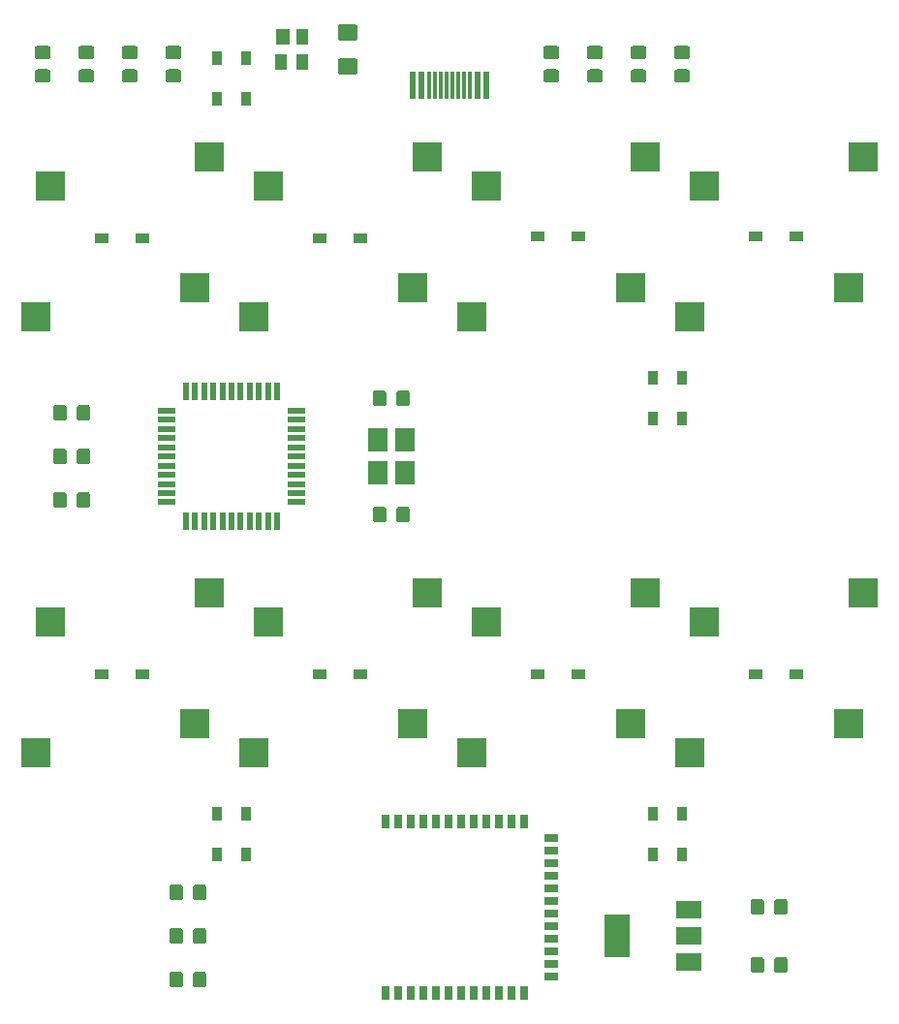
<source format=gbr>
G04 #@! TF.GenerationSoftware,KiCad,Pcbnew,(5.1.2)-2*
G04 #@! TF.CreationDate,2020-01-01T19:17:51+08:00*
G04 #@! TF.ProjectId,redox-receiver,7265646f-782d-4726-9563-65697665722e,rev?*
G04 #@! TF.SameCoordinates,Original*
G04 #@! TF.FileFunction,Paste,Bot*
G04 #@! TF.FilePolarity,Positive*
%FSLAX46Y46*%
G04 Gerber Fmt 4.6, Leading zero omitted, Abs format (unit mm)*
G04 Created by KiCad (PCBNEW (5.1.2)-2) date 2020-01-01 19:17:51*
%MOMM*%
%LPD*%
G04 APERTURE LIST*
%ADD10R,1.800000X2.100000*%
%ADD11C,0.100000*%
%ADD12C,1.425000*%
%ADD13C,1.150000*%
%ADD14R,0.550000X1.500000*%
%ADD15R,1.500000X0.550000*%
%ADD16R,1.000000X1.400000*%
%ADD17R,1.200000X1.400000*%
%ADD18R,0.698500X1.198880*%
%ADD19R,1.198880X0.698500*%
%ADD20R,0.600000X2.450000*%
%ADD21R,0.300000X2.450000*%
%ADD22R,2.200000X3.800000*%
%ADD23R,2.200000X1.500000*%
%ADD24R,2.550000X2.500000*%
%ADD25R,0.950000X1.300000*%
%ADD26R,1.300000X0.950000*%
G04 APERTURE END LIST*
D10*
X108070000Y-96340000D03*
X108070000Y-99240000D03*
X110370000Y-99240000D03*
X110370000Y-96340000D03*
D11*
G36*
X106059504Y-63006204D02*
G01*
X106083773Y-63009804D01*
X106107571Y-63015765D01*
X106130671Y-63024030D01*
X106152849Y-63034520D01*
X106173893Y-63047133D01*
X106193598Y-63061747D01*
X106211777Y-63078223D01*
X106228253Y-63096402D01*
X106242867Y-63116107D01*
X106255480Y-63137151D01*
X106265970Y-63159329D01*
X106274235Y-63182429D01*
X106280196Y-63206227D01*
X106283796Y-63230496D01*
X106285000Y-63255000D01*
X106285000Y-64180000D01*
X106283796Y-64204504D01*
X106280196Y-64228773D01*
X106274235Y-64252571D01*
X106265970Y-64275671D01*
X106255480Y-64297849D01*
X106242867Y-64318893D01*
X106228253Y-64338598D01*
X106211777Y-64356777D01*
X106193598Y-64373253D01*
X106173893Y-64387867D01*
X106152849Y-64400480D01*
X106130671Y-64410970D01*
X106107571Y-64419235D01*
X106083773Y-64425196D01*
X106059504Y-64428796D01*
X106035000Y-64430000D01*
X104785000Y-64430000D01*
X104760496Y-64428796D01*
X104736227Y-64425196D01*
X104712429Y-64419235D01*
X104689329Y-64410970D01*
X104667151Y-64400480D01*
X104646107Y-64387867D01*
X104626402Y-64373253D01*
X104608223Y-64356777D01*
X104591747Y-64338598D01*
X104577133Y-64318893D01*
X104564520Y-64297849D01*
X104554030Y-64275671D01*
X104545765Y-64252571D01*
X104539804Y-64228773D01*
X104536204Y-64204504D01*
X104535000Y-64180000D01*
X104535000Y-63255000D01*
X104536204Y-63230496D01*
X104539804Y-63206227D01*
X104545765Y-63182429D01*
X104554030Y-63159329D01*
X104564520Y-63137151D01*
X104577133Y-63116107D01*
X104591747Y-63096402D01*
X104608223Y-63078223D01*
X104626402Y-63061747D01*
X104646107Y-63047133D01*
X104667151Y-63034520D01*
X104689329Y-63024030D01*
X104712429Y-63015765D01*
X104736227Y-63009804D01*
X104760496Y-63006204D01*
X104785000Y-63005000D01*
X106035000Y-63005000D01*
X106059504Y-63006204D01*
X106059504Y-63006204D01*
G37*
D12*
X105410000Y-63717500D03*
D11*
G36*
X106059504Y-60031204D02*
G01*
X106083773Y-60034804D01*
X106107571Y-60040765D01*
X106130671Y-60049030D01*
X106152849Y-60059520D01*
X106173893Y-60072133D01*
X106193598Y-60086747D01*
X106211777Y-60103223D01*
X106228253Y-60121402D01*
X106242867Y-60141107D01*
X106255480Y-60162151D01*
X106265970Y-60184329D01*
X106274235Y-60207429D01*
X106280196Y-60231227D01*
X106283796Y-60255496D01*
X106285000Y-60280000D01*
X106285000Y-61205000D01*
X106283796Y-61229504D01*
X106280196Y-61253773D01*
X106274235Y-61277571D01*
X106265970Y-61300671D01*
X106255480Y-61322849D01*
X106242867Y-61343893D01*
X106228253Y-61363598D01*
X106211777Y-61381777D01*
X106193598Y-61398253D01*
X106173893Y-61412867D01*
X106152849Y-61425480D01*
X106130671Y-61435970D01*
X106107571Y-61444235D01*
X106083773Y-61450196D01*
X106059504Y-61453796D01*
X106035000Y-61455000D01*
X104785000Y-61455000D01*
X104760496Y-61453796D01*
X104736227Y-61450196D01*
X104712429Y-61444235D01*
X104689329Y-61435970D01*
X104667151Y-61425480D01*
X104646107Y-61412867D01*
X104626402Y-61398253D01*
X104608223Y-61381777D01*
X104591747Y-61363598D01*
X104577133Y-61343893D01*
X104564520Y-61322849D01*
X104554030Y-61300671D01*
X104545765Y-61277571D01*
X104539804Y-61253773D01*
X104536204Y-61229504D01*
X104535000Y-61205000D01*
X104535000Y-60280000D01*
X104536204Y-60255496D01*
X104539804Y-60231227D01*
X104545765Y-60207429D01*
X104554030Y-60184329D01*
X104564520Y-60162151D01*
X104577133Y-60141107D01*
X104591747Y-60121402D01*
X104608223Y-60103223D01*
X104626402Y-60086747D01*
X104646107Y-60072133D01*
X104667151Y-60059520D01*
X104689329Y-60049030D01*
X104712429Y-60040765D01*
X104736227Y-60034804D01*
X104760496Y-60031204D01*
X104785000Y-60030000D01*
X106035000Y-60030000D01*
X106059504Y-60031204D01*
X106059504Y-60031204D01*
G37*
D12*
X105410000Y-60742500D03*
D11*
G36*
X82654505Y-97091204D02*
G01*
X82678773Y-97094804D01*
X82702572Y-97100765D01*
X82725671Y-97109030D01*
X82747850Y-97119520D01*
X82768893Y-97132132D01*
X82788599Y-97146747D01*
X82806777Y-97163223D01*
X82823253Y-97181401D01*
X82837868Y-97201107D01*
X82850480Y-97222150D01*
X82860970Y-97244329D01*
X82869235Y-97267428D01*
X82875196Y-97291227D01*
X82878796Y-97315495D01*
X82880000Y-97339999D01*
X82880000Y-98240001D01*
X82878796Y-98264505D01*
X82875196Y-98288773D01*
X82869235Y-98312572D01*
X82860970Y-98335671D01*
X82850480Y-98357850D01*
X82837868Y-98378893D01*
X82823253Y-98398599D01*
X82806777Y-98416777D01*
X82788599Y-98433253D01*
X82768893Y-98447868D01*
X82747850Y-98460480D01*
X82725671Y-98470970D01*
X82702572Y-98479235D01*
X82678773Y-98485196D01*
X82654505Y-98488796D01*
X82630001Y-98490000D01*
X81979999Y-98490000D01*
X81955495Y-98488796D01*
X81931227Y-98485196D01*
X81907428Y-98479235D01*
X81884329Y-98470970D01*
X81862150Y-98460480D01*
X81841107Y-98447868D01*
X81821401Y-98433253D01*
X81803223Y-98416777D01*
X81786747Y-98398599D01*
X81772132Y-98378893D01*
X81759520Y-98357850D01*
X81749030Y-98335671D01*
X81740765Y-98312572D01*
X81734804Y-98288773D01*
X81731204Y-98264505D01*
X81730000Y-98240001D01*
X81730000Y-97339999D01*
X81731204Y-97315495D01*
X81734804Y-97291227D01*
X81740765Y-97267428D01*
X81749030Y-97244329D01*
X81759520Y-97222150D01*
X81772132Y-97201107D01*
X81786747Y-97181401D01*
X81803223Y-97163223D01*
X81821401Y-97146747D01*
X81841107Y-97132132D01*
X81862150Y-97119520D01*
X81884329Y-97109030D01*
X81907428Y-97100765D01*
X81931227Y-97094804D01*
X81955495Y-97091204D01*
X81979999Y-97090000D01*
X82630001Y-97090000D01*
X82654505Y-97091204D01*
X82654505Y-97091204D01*
G37*
D13*
X82305000Y-97790000D03*
D11*
G36*
X80604505Y-97091204D02*
G01*
X80628773Y-97094804D01*
X80652572Y-97100765D01*
X80675671Y-97109030D01*
X80697850Y-97119520D01*
X80718893Y-97132132D01*
X80738599Y-97146747D01*
X80756777Y-97163223D01*
X80773253Y-97181401D01*
X80787868Y-97201107D01*
X80800480Y-97222150D01*
X80810970Y-97244329D01*
X80819235Y-97267428D01*
X80825196Y-97291227D01*
X80828796Y-97315495D01*
X80830000Y-97339999D01*
X80830000Y-98240001D01*
X80828796Y-98264505D01*
X80825196Y-98288773D01*
X80819235Y-98312572D01*
X80810970Y-98335671D01*
X80800480Y-98357850D01*
X80787868Y-98378893D01*
X80773253Y-98398599D01*
X80756777Y-98416777D01*
X80738599Y-98433253D01*
X80718893Y-98447868D01*
X80697850Y-98460480D01*
X80675671Y-98470970D01*
X80652572Y-98479235D01*
X80628773Y-98485196D01*
X80604505Y-98488796D01*
X80580001Y-98490000D01*
X79929999Y-98490000D01*
X79905495Y-98488796D01*
X79881227Y-98485196D01*
X79857428Y-98479235D01*
X79834329Y-98470970D01*
X79812150Y-98460480D01*
X79791107Y-98447868D01*
X79771401Y-98433253D01*
X79753223Y-98416777D01*
X79736747Y-98398599D01*
X79722132Y-98378893D01*
X79709520Y-98357850D01*
X79699030Y-98335671D01*
X79690765Y-98312572D01*
X79684804Y-98288773D01*
X79681204Y-98264505D01*
X79680000Y-98240001D01*
X79680000Y-97339999D01*
X79681204Y-97315495D01*
X79684804Y-97291227D01*
X79690765Y-97267428D01*
X79699030Y-97244329D01*
X79709520Y-97222150D01*
X79722132Y-97201107D01*
X79736747Y-97181401D01*
X79753223Y-97163223D01*
X79771401Y-97146747D01*
X79791107Y-97132132D01*
X79812150Y-97119520D01*
X79834329Y-97109030D01*
X79857428Y-97100765D01*
X79881227Y-97094804D01*
X79905495Y-97091204D01*
X79929999Y-97090000D01*
X80580001Y-97090000D01*
X80604505Y-97091204D01*
X80604505Y-97091204D01*
G37*
D13*
X80255000Y-97790000D03*
D11*
G36*
X82654505Y-93281204D02*
G01*
X82678773Y-93284804D01*
X82702572Y-93290765D01*
X82725671Y-93299030D01*
X82747850Y-93309520D01*
X82768893Y-93322132D01*
X82788599Y-93336747D01*
X82806777Y-93353223D01*
X82823253Y-93371401D01*
X82837868Y-93391107D01*
X82850480Y-93412150D01*
X82860970Y-93434329D01*
X82869235Y-93457428D01*
X82875196Y-93481227D01*
X82878796Y-93505495D01*
X82880000Y-93529999D01*
X82880000Y-94430001D01*
X82878796Y-94454505D01*
X82875196Y-94478773D01*
X82869235Y-94502572D01*
X82860970Y-94525671D01*
X82850480Y-94547850D01*
X82837868Y-94568893D01*
X82823253Y-94588599D01*
X82806777Y-94606777D01*
X82788599Y-94623253D01*
X82768893Y-94637868D01*
X82747850Y-94650480D01*
X82725671Y-94660970D01*
X82702572Y-94669235D01*
X82678773Y-94675196D01*
X82654505Y-94678796D01*
X82630001Y-94680000D01*
X81979999Y-94680000D01*
X81955495Y-94678796D01*
X81931227Y-94675196D01*
X81907428Y-94669235D01*
X81884329Y-94660970D01*
X81862150Y-94650480D01*
X81841107Y-94637868D01*
X81821401Y-94623253D01*
X81803223Y-94606777D01*
X81786747Y-94588599D01*
X81772132Y-94568893D01*
X81759520Y-94547850D01*
X81749030Y-94525671D01*
X81740765Y-94502572D01*
X81734804Y-94478773D01*
X81731204Y-94454505D01*
X81730000Y-94430001D01*
X81730000Y-93529999D01*
X81731204Y-93505495D01*
X81734804Y-93481227D01*
X81740765Y-93457428D01*
X81749030Y-93434329D01*
X81759520Y-93412150D01*
X81772132Y-93391107D01*
X81786747Y-93371401D01*
X81803223Y-93353223D01*
X81821401Y-93336747D01*
X81841107Y-93322132D01*
X81862150Y-93309520D01*
X81884329Y-93299030D01*
X81907428Y-93290765D01*
X81931227Y-93284804D01*
X81955495Y-93281204D01*
X81979999Y-93280000D01*
X82630001Y-93280000D01*
X82654505Y-93281204D01*
X82654505Y-93281204D01*
G37*
D13*
X82305000Y-93980000D03*
D11*
G36*
X80604505Y-93281204D02*
G01*
X80628773Y-93284804D01*
X80652572Y-93290765D01*
X80675671Y-93299030D01*
X80697850Y-93309520D01*
X80718893Y-93322132D01*
X80738599Y-93336747D01*
X80756777Y-93353223D01*
X80773253Y-93371401D01*
X80787868Y-93391107D01*
X80800480Y-93412150D01*
X80810970Y-93434329D01*
X80819235Y-93457428D01*
X80825196Y-93481227D01*
X80828796Y-93505495D01*
X80830000Y-93529999D01*
X80830000Y-94430001D01*
X80828796Y-94454505D01*
X80825196Y-94478773D01*
X80819235Y-94502572D01*
X80810970Y-94525671D01*
X80800480Y-94547850D01*
X80787868Y-94568893D01*
X80773253Y-94588599D01*
X80756777Y-94606777D01*
X80738599Y-94623253D01*
X80718893Y-94637868D01*
X80697850Y-94650480D01*
X80675671Y-94660970D01*
X80652572Y-94669235D01*
X80628773Y-94675196D01*
X80604505Y-94678796D01*
X80580001Y-94680000D01*
X79929999Y-94680000D01*
X79905495Y-94678796D01*
X79881227Y-94675196D01*
X79857428Y-94669235D01*
X79834329Y-94660970D01*
X79812150Y-94650480D01*
X79791107Y-94637868D01*
X79771401Y-94623253D01*
X79753223Y-94606777D01*
X79736747Y-94588599D01*
X79722132Y-94568893D01*
X79709520Y-94547850D01*
X79699030Y-94525671D01*
X79690765Y-94502572D01*
X79684804Y-94478773D01*
X79681204Y-94454505D01*
X79680000Y-94430001D01*
X79680000Y-93529999D01*
X79681204Y-93505495D01*
X79684804Y-93481227D01*
X79690765Y-93457428D01*
X79699030Y-93434329D01*
X79709520Y-93412150D01*
X79722132Y-93391107D01*
X79736747Y-93371401D01*
X79753223Y-93353223D01*
X79771401Y-93336747D01*
X79791107Y-93322132D01*
X79812150Y-93309520D01*
X79834329Y-93299030D01*
X79857428Y-93290765D01*
X79881227Y-93284804D01*
X79905495Y-93281204D01*
X79929999Y-93280000D01*
X80580001Y-93280000D01*
X80604505Y-93281204D01*
X80604505Y-93281204D01*
G37*
D13*
X80255000Y-93980000D03*
D11*
G36*
X90644505Y-63951204D02*
G01*
X90668773Y-63954804D01*
X90692572Y-63960765D01*
X90715671Y-63969030D01*
X90737850Y-63979520D01*
X90758893Y-63992132D01*
X90778599Y-64006747D01*
X90796777Y-64023223D01*
X90813253Y-64041401D01*
X90827868Y-64061107D01*
X90840480Y-64082150D01*
X90850970Y-64104329D01*
X90859235Y-64127428D01*
X90865196Y-64151227D01*
X90868796Y-64175495D01*
X90870000Y-64199999D01*
X90870000Y-64850001D01*
X90868796Y-64874505D01*
X90865196Y-64898773D01*
X90859235Y-64922572D01*
X90850970Y-64945671D01*
X90840480Y-64967850D01*
X90827868Y-64988893D01*
X90813253Y-65008599D01*
X90796777Y-65026777D01*
X90778599Y-65043253D01*
X90758893Y-65057868D01*
X90737850Y-65070480D01*
X90715671Y-65080970D01*
X90692572Y-65089235D01*
X90668773Y-65095196D01*
X90644505Y-65098796D01*
X90620001Y-65100000D01*
X89719999Y-65100000D01*
X89695495Y-65098796D01*
X89671227Y-65095196D01*
X89647428Y-65089235D01*
X89624329Y-65080970D01*
X89602150Y-65070480D01*
X89581107Y-65057868D01*
X89561401Y-65043253D01*
X89543223Y-65026777D01*
X89526747Y-65008599D01*
X89512132Y-64988893D01*
X89499520Y-64967850D01*
X89489030Y-64945671D01*
X89480765Y-64922572D01*
X89474804Y-64898773D01*
X89471204Y-64874505D01*
X89470000Y-64850001D01*
X89470000Y-64199999D01*
X89471204Y-64175495D01*
X89474804Y-64151227D01*
X89480765Y-64127428D01*
X89489030Y-64104329D01*
X89499520Y-64082150D01*
X89512132Y-64061107D01*
X89526747Y-64041401D01*
X89543223Y-64023223D01*
X89561401Y-64006747D01*
X89581107Y-63992132D01*
X89602150Y-63979520D01*
X89624329Y-63969030D01*
X89647428Y-63960765D01*
X89671227Y-63954804D01*
X89695495Y-63951204D01*
X89719999Y-63950000D01*
X90620001Y-63950000D01*
X90644505Y-63951204D01*
X90644505Y-63951204D01*
G37*
D13*
X90170000Y-64525000D03*
D11*
G36*
X90644505Y-61901204D02*
G01*
X90668773Y-61904804D01*
X90692572Y-61910765D01*
X90715671Y-61919030D01*
X90737850Y-61929520D01*
X90758893Y-61942132D01*
X90778599Y-61956747D01*
X90796777Y-61973223D01*
X90813253Y-61991401D01*
X90827868Y-62011107D01*
X90840480Y-62032150D01*
X90850970Y-62054329D01*
X90859235Y-62077428D01*
X90865196Y-62101227D01*
X90868796Y-62125495D01*
X90870000Y-62149999D01*
X90870000Y-62800001D01*
X90868796Y-62824505D01*
X90865196Y-62848773D01*
X90859235Y-62872572D01*
X90850970Y-62895671D01*
X90840480Y-62917850D01*
X90827868Y-62938893D01*
X90813253Y-62958599D01*
X90796777Y-62976777D01*
X90778599Y-62993253D01*
X90758893Y-63007868D01*
X90737850Y-63020480D01*
X90715671Y-63030970D01*
X90692572Y-63039235D01*
X90668773Y-63045196D01*
X90644505Y-63048796D01*
X90620001Y-63050000D01*
X89719999Y-63050000D01*
X89695495Y-63048796D01*
X89671227Y-63045196D01*
X89647428Y-63039235D01*
X89624329Y-63030970D01*
X89602150Y-63020480D01*
X89581107Y-63007868D01*
X89561401Y-62993253D01*
X89543223Y-62976777D01*
X89526747Y-62958599D01*
X89512132Y-62938893D01*
X89499520Y-62917850D01*
X89489030Y-62895671D01*
X89480765Y-62872572D01*
X89474804Y-62848773D01*
X89471204Y-62824505D01*
X89470000Y-62800001D01*
X89470000Y-62149999D01*
X89471204Y-62125495D01*
X89474804Y-62101227D01*
X89480765Y-62077428D01*
X89489030Y-62054329D01*
X89499520Y-62032150D01*
X89512132Y-62011107D01*
X89526747Y-61991401D01*
X89543223Y-61973223D01*
X89561401Y-61956747D01*
X89581107Y-61942132D01*
X89602150Y-61929520D01*
X89624329Y-61919030D01*
X89647428Y-61910765D01*
X89671227Y-61904804D01*
X89695495Y-61901204D01*
X89719999Y-61900000D01*
X90620001Y-61900000D01*
X90644505Y-61901204D01*
X90644505Y-61901204D01*
G37*
D13*
X90170000Y-62475000D03*
D11*
G36*
X86834505Y-63951204D02*
G01*
X86858773Y-63954804D01*
X86882572Y-63960765D01*
X86905671Y-63969030D01*
X86927850Y-63979520D01*
X86948893Y-63992132D01*
X86968599Y-64006747D01*
X86986777Y-64023223D01*
X87003253Y-64041401D01*
X87017868Y-64061107D01*
X87030480Y-64082150D01*
X87040970Y-64104329D01*
X87049235Y-64127428D01*
X87055196Y-64151227D01*
X87058796Y-64175495D01*
X87060000Y-64199999D01*
X87060000Y-64850001D01*
X87058796Y-64874505D01*
X87055196Y-64898773D01*
X87049235Y-64922572D01*
X87040970Y-64945671D01*
X87030480Y-64967850D01*
X87017868Y-64988893D01*
X87003253Y-65008599D01*
X86986777Y-65026777D01*
X86968599Y-65043253D01*
X86948893Y-65057868D01*
X86927850Y-65070480D01*
X86905671Y-65080970D01*
X86882572Y-65089235D01*
X86858773Y-65095196D01*
X86834505Y-65098796D01*
X86810001Y-65100000D01*
X85909999Y-65100000D01*
X85885495Y-65098796D01*
X85861227Y-65095196D01*
X85837428Y-65089235D01*
X85814329Y-65080970D01*
X85792150Y-65070480D01*
X85771107Y-65057868D01*
X85751401Y-65043253D01*
X85733223Y-65026777D01*
X85716747Y-65008599D01*
X85702132Y-64988893D01*
X85689520Y-64967850D01*
X85679030Y-64945671D01*
X85670765Y-64922572D01*
X85664804Y-64898773D01*
X85661204Y-64874505D01*
X85660000Y-64850001D01*
X85660000Y-64199999D01*
X85661204Y-64175495D01*
X85664804Y-64151227D01*
X85670765Y-64127428D01*
X85679030Y-64104329D01*
X85689520Y-64082150D01*
X85702132Y-64061107D01*
X85716747Y-64041401D01*
X85733223Y-64023223D01*
X85751401Y-64006747D01*
X85771107Y-63992132D01*
X85792150Y-63979520D01*
X85814329Y-63969030D01*
X85837428Y-63960765D01*
X85861227Y-63954804D01*
X85885495Y-63951204D01*
X85909999Y-63950000D01*
X86810001Y-63950000D01*
X86834505Y-63951204D01*
X86834505Y-63951204D01*
G37*
D13*
X86360000Y-64525000D03*
D11*
G36*
X86834505Y-61901204D02*
G01*
X86858773Y-61904804D01*
X86882572Y-61910765D01*
X86905671Y-61919030D01*
X86927850Y-61929520D01*
X86948893Y-61942132D01*
X86968599Y-61956747D01*
X86986777Y-61973223D01*
X87003253Y-61991401D01*
X87017868Y-62011107D01*
X87030480Y-62032150D01*
X87040970Y-62054329D01*
X87049235Y-62077428D01*
X87055196Y-62101227D01*
X87058796Y-62125495D01*
X87060000Y-62149999D01*
X87060000Y-62800001D01*
X87058796Y-62824505D01*
X87055196Y-62848773D01*
X87049235Y-62872572D01*
X87040970Y-62895671D01*
X87030480Y-62917850D01*
X87017868Y-62938893D01*
X87003253Y-62958599D01*
X86986777Y-62976777D01*
X86968599Y-62993253D01*
X86948893Y-63007868D01*
X86927850Y-63020480D01*
X86905671Y-63030970D01*
X86882572Y-63039235D01*
X86858773Y-63045196D01*
X86834505Y-63048796D01*
X86810001Y-63050000D01*
X85909999Y-63050000D01*
X85885495Y-63048796D01*
X85861227Y-63045196D01*
X85837428Y-63039235D01*
X85814329Y-63030970D01*
X85792150Y-63020480D01*
X85771107Y-63007868D01*
X85751401Y-62993253D01*
X85733223Y-62976777D01*
X85716747Y-62958599D01*
X85702132Y-62938893D01*
X85689520Y-62917850D01*
X85679030Y-62895671D01*
X85670765Y-62872572D01*
X85664804Y-62848773D01*
X85661204Y-62824505D01*
X85660000Y-62800001D01*
X85660000Y-62149999D01*
X85661204Y-62125495D01*
X85664804Y-62101227D01*
X85670765Y-62077428D01*
X85679030Y-62054329D01*
X85689520Y-62032150D01*
X85702132Y-62011107D01*
X85716747Y-61991401D01*
X85733223Y-61973223D01*
X85751401Y-61956747D01*
X85771107Y-61942132D01*
X85792150Y-61929520D01*
X85814329Y-61919030D01*
X85837428Y-61910765D01*
X85861227Y-61904804D01*
X85885495Y-61901204D01*
X85909999Y-61900000D01*
X86810001Y-61900000D01*
X86834505Y-61901204D01*
X86834505Y-61901204D01*
G37*
D13*
X86360000Y-62475000D03*
D11*
G36*
X83024505Y-63951204D02*
G01*
X83048773Y-63954804D01*
X83072572Y-63960765D01*
X83095671Y-63969030D01*
X83117850Y-63979520D01*
X83138893Y-63992132D01*
X83158599Y-64006747D01*
X83176777Y-64023223D01*
X83193253Y-64041401D01*
X83207868Y-64061107D01*
X83220480Y-64082150D01*
X83230970Y-64104329D01*
X83239235Y-64127428D01*
X83245196Y-64151227D01*
X83248796Y-64175495D01*
X83250000Y-64199999D01*
X83250000Y-64850001D01*
X83248796Y-64874505D01*
X83245196Y-64898773D01*
X83239235Y-64922572D01*
X83230970Y-64945671D01*
X83220480Y-64967850D01*
X83207868Y-64988893D01*
X83193253Y-65008599D01*
X83176777Y-65026777D01*
X83158599Y-65043253D01*
X83138893Y-65057868D01*
X83117850Y-65070480D01*
X83095671Y-65080970D01*
X83072572Y-65089235D01*
X83048773Y-65095196D01*
X83024505Y-65098796D01*
X83000001Y-65100000D01*
X82099999Y-65100000D01*
X82075495Y-65098796D01*
X82051227Y-65095196D01*
X82027428Y-65089235D01*
X82004329Y-65080970D01*
X81982150Y-65070480D01*
X81961107Y-65057868D01*
X81941401Y-65043253D01*
X81923223Y-65026777D01*
X81906747Y-65008599D01*
X81892132Y-64988893D01*
X81879520Y-64967850D01*
X81869030Y-64945671D01*
X81860765Y-64922572D01*
X81854804Y-64898773D01*
X81851204Y-64874505D01*
X81850000Y-64850001D01*
X81850000Y-64199999D01*
X81851204Y-64175495D01*
X81854804Y-64151227D01*
X81860765Y-64127428D01*
X81869030Y-64104329D01*
X81879520Y-64082150D01*
X81892132Y-64061107D01*
X81906747Y-64041401D01*
X81923223Y-64023223D01*
X81941401Y-64006747D01*
X81961107Y-63992132D01*
X81982150Y-63979520D01*
X82004329Y-63969030D01*
X82027428Y-63960765D01*
X82051227Y-63954804D01*
X82075495Y-63951204D01*
X82099999Y-63950000D01*
X83000001Y-63950000D01*
X83024505Y-63951204D01*
X83024505Y-63951204D01*
G37*
D13*
X82550000Y-64525000D03*
D11*
G36*
X83024505Y-61901204D02*
G01*
X83048773Y-61904804D01*
X83072572Y-61910765D01*
X83095671Y-61919030D01*
X83117850Y-61929520D01*
X83138893Y-61942132D01*
X83158599Y-61956747D01*
X83176777Y-61973223D01*
X83193253Y-61991401D01*
X83207868Y-62011107D01*
X83220480Y-62032150D01*
X83230970Y-62054329D01*
X83239235Y-62077428D01*
X83245196Y-62101227D01*
X83248796Y-62125495D01*
X83250000Y-62149999D01*
X83250000Y-62800001D01*
X83248796Y-62824505D01*
X83245196Y-62848773D01*
X83239235Y-62872572D01*
X83230970Y-62895671D01*
X83220480Y-62917850D01*
X83207868Y-62938893D01*
X83193253Y-62958599D01*
X83176777Y-62976777D01*
X83158599Y-62993253D01*
X83138893Y-63007868D01*
X83117850Y-63020480D01*
X83095671Y-63030970D01*
X83072572Y-63039235D01*
X83048773Y-63045196D01*
X83024505Y-63048796D01*
X83000001Y-63050000D01*
X82099999Y-63050000D01*
X82075495Y-63048796D01*
X82051227Y-63045196D01*
X82027428Y-63039235D01*
X82004329Y-63030970D01*
X81982150Y-63020480D01*
X81961107Y-63007868D01*
X81941401Y-62993253D01*
X81923223Y-62976777D01*
X81906747Y-62958599D01*
X81892132Y-62938893D01*
X81879520Y-62917850D01*
X81869030Y-62895671D01*
X81860765Y-62872572D01*
X81854804Y-62848773D01*
X81851204Y-62824505D01*
X81850000Y-62800001D01*
X81850000Y-62149999D01*
X81851204Y-62125495D01*
X81854804Y-62101227D01*
X81860765Y-62077428D01*
X81869030Y-62054329D01*
X81879520Y-62032150D01*
X81892132Y-62011107D01*
X81906747Y-61991401D01*
X81923223Y-61973223D01*
X81941401Y-61956747D01*
X81961107Y-61942132D01*
X81982150Y-61929520D01*
X82004329Y-61919030D01*
X82027428Y-61910765D01*
X82051227Y-61904804D01*
X82075495Y-61901204D01*
X82099999Y-61900000D01*
X83000001Y-61900000D01*
X83024505Y-61901204D01*
X83024505Y-61901204D01*
G37*
D13*
X82550000Y-62475000D03*
D11*
G36*
X79214505Y-63951204D02*
G01*
X79238773Y-63954804D01*
X79262572Y-63960765D01*
X79285671Y-63969030D01*
X79307850Y-63979520D01*
X79328893Y-63992132D01*
X79348599Y-64006747D01*
X79366777Y-64023223D01*
X79383253Y-64041401D01*
X79397868Y-64061107D01*
X79410480Y-64082150D01*
X79420970Y-64104329D01*
X79429235Y-64127428D01*
X79435196Y-64151227D01*
X79438796Y-64175495D01*
X79440000Y-64199999D01*
X79440000Y-64850001D01*
X79438796Y-64874505D01*
X79435196Y-64898773D01*
X79429235Y-64922572D01*
X79420970Y-64945671D01*
X79410480Y-64967850D01*
X79397868Y-64988893D01*
X79383253Y-65008599D01*
X79366777Y-65026777D01*
X79348599Y-65043253D01*
X79328893Y-65057868D01*
X79307850Y-65070480D01*
X79285671Y-65080970D01*
X79262572Y-65089235D01*
X79238773Y-65095196D01*
X79214505Y-65098796D01*
X79190001Y-65100000D01*
X78289999Y-65100000D01*
X78265495Y-65098796D01*
X78241227Y-65095196D01*
X78217428Y-65089235D01*
X78194329Y-65080970D01*
X78172150Y-65070480D01*
X78151107Y-65057868D01*
X78131401Y-65043253D01*
X78113223Y-65026777D01*
X78096747Y-65008599D01*
X78082132Y-64988893D01*
X78069520Y-64967850D01*
X78059030Y-64945671D01*
X78050765Y-64922572D01*
X78044804Y-64898773D01*
X78041204Y-64874505D01*
X78040000Y-64850001D01*
X78040000Y-64199999D01*
X78041204Y-64175495D01*
X78044804Y-64151227D01*
X78050765Y-64127428D01*
X78059030Y-64104329D01*
X78069520Y-64082150D01*
X78082132Y-64061107D01*
X78096747Y-64041401D01*
X78113223Y-64023223D01*
X78131401Y-64006747D01*
X78151107Y-63992132D01*
X78172150Y-63979520D01*
X78194329Y-63969030D01*
X78217428Y-63960765D01*
X78241227Y-63954804D01*
X78265495Y-63951204D01*
X78289999Y-63950000D01*
X79190001Y-63950000D01*
X79214505Y-63951204D01*
X79214505Y-63951204D01*
G37*
D13*
X78740000Y-64525000D03*
D11*
G36*
X79214505Y-61901204D02*
G01*
X79238773Y-61904804D01*
X79262572Y-61910765D01*
X79285671Y-61919030D01*
X79307850Y-61929520D01*
X79328893Y-61942132D01*
X79348599Y-61956747D01*
X79366777Y-61973223D01*
X79383253Y-61991401D01*
X79397868Y-62011107D01*
X79410480Y-62032150D01*
X79420970Y-62054329D01*
X79429235Y-62077428D01*
X79435196Y-62101227D01*
X79438796Y-62125495D01*
X79440000Y-62149999D01*
X79440000Y-62800001D01*
X79438796Y-62824505D01*
X79435196Y-62848773D01*
X79429235Y-62872572D01*
X79420970Y-62895671D01*
X79410480Y-62917850D01*
X79397868Y-62938893D01*
X79383253Y-62958599D01*
X79366777Y-62976777D01*
X79348599Y-62993253D01*
X79328893Y-63007868D01*
X79307850Y-63020480D01*
X79285671Y-63030970D01*
X79262572Y-63039235D01*
X79238773Y-63045196D01*
X79214505Y-63048796D01*
X79190001Y-63050000D01*
X78289999Y-63050000D01*
X78265495Y-63048796D01*
X78241227Y-63045196D01*
X78217428Y-63039235D01*
X78194329Y-63030970D01*
X78172150Y-63020480D01*
X78151107Y-63007868D01*
X78131401Y-62993253D01*
X78113223Y-62976777D01*
X78096747Y-62958599D01*
X78082132Y-62938893D01*
X78069520Y-62917850D01*
X78059030Y-62895671D01*
X78050765Y-62872572D01*
X78044804Y-62848773D01*
X78041204Y-62824505D01*
X78040000Y-62800001D01*
X78040000Y-62149999D01*
X78041204Y-62125495D01*
X78044804Y-62101227D01*
X78050765Y-62077428D01*
X78059030Y-62054329D01*
X78069520Y-62032150D01*
X78082132Y-62011107D01*
X78096747Y-61991401D01*
X78113223Y-61973223D01*
X78131401Y-61956747D01*
X78151107Y-61942132D01*
X78172150Y-61929520D01*
X78194329Y-61919030D01*
X78217428Y-61910765D01*
X78241227Y-61904804D01*
X78265495Y-61901204D01*
X78289999Y-61900000D01*
X79190001Y-61900000D01*
X79214505Y-61901204D01*
X79214505Y-61901204D01*
G37*
D13*
X78740000Y-62475000D03*
D11*
G36*
X141564505Y-136461204D02*
G01*
X141588773Y-136464804D01*
X141612572Y-136470765D01*
X141635671Y-136479030D01*
X141657850Y-136489520D01*
X141678893Y-136502132D01*
X141698599Y-136516747D01*
X141716777Y-136533223D01*
X141733253Y-136551401D01*
X141747868Y-136571107D01*
X141760480Y-136592150D01*
X141770970Y-136614329D01*
X141779235Y-136637428D01*
X141785196Y-136661227D01*
X141788796Y-136685495D01*
X141790000Y-136709999D01*
X141790000Y-137610001D01*
X141788796Y-137634505D01*
X141785196Y-137658773D01*
X141779235Y-137682572D01*
X141770970Y-137705671D01*
X141760480Y-137727850D01*
X141747868Y-137748893D01*
X141733253Y-137768599D01*
X141716777Y-137786777D01*
X141698599Y-137803253D01*
X141678893Y-137817868D01*
X141657850Y-137830480D01*
X141635671Y-137840970D01*
X141612572Y-137849235D01*
X141588773Y-137855196D01*
X141564505Y-137858796D01*
X141540001Y-137860000D01*
X140889999Y-137860000D01*
X140865495Y-137858796D01*
X140841227Y-137855196D01*
X140817428Y-137849235D01*
X140794329Y-137840970D01*
X140772150Y-137830480D01*
X140751107Y-137817868D01*
X140731401Y-137803253D01*
X140713223Y-137786777D01*
X140696747Y-137768599D01*
X140682132Y-137748893D01*
X140669520Y-137727850D01*
X140659030Y-137705671D01*
X140650765Y-137682572D01*
X140644804Y-137658773D01*
X140641204Y-137634505D01*
X140640000Y-137610001D01*
X140640000Y-136709999D01*
X140641204Y-136685495D01*
X140644804Y-136661227D01*
X140650765Y-136637428D01*
X140659030Y-136614329D01*
X140669520Y-136592150D01*
X140682132Y-136571107D01*
X140696747Y-136551401D01*
X140713223Y-136533223D01*
X140731401Y-136516747D01*
X140751107Y-136502132D01*
X140772150Y-136489520D01*
X140794329Y-136479030D01*
X140817428Y-136470765D01*
X140841227Y-136464804D01*
X140865495Y-136461204D01*
X140889999Y-136460000D01*
X141540001Y-136460000D01*
X141564505Y-136461204D01*
X141564505Y-136461204D01*
G37*
D13*
X141215000Y-137160000D03*
D11*
G36*
X143614505Y-136461204D02*
G01*
X143638773Y-136464804D01*
X143662572Y-136470765D01*
X143685671Y-136479030D01*
X143707850Y-136489520D01*
X143728893Y-136502132D01*
X143748599Y-136516747D01*
X143766777Y-136533223D01*
X143783253Y-136551401D01*
X143797868Y-136571107D01*
X143810480Y-136592150D01*
X143820970Y-136614329D01*
X143829235Y-136637428D01*
X143835196Y-136661227D01*
X143838796Y-136685495D01*
X143840000Y-136709999D01*
X143840000Y-137610001D01*
X143838796Y-137634505D01*
X143835196Y-137658773D01*
X143829235Y-137682572D01*
X143820970Y-137705671D01*
X143810480Y-137727850D01*
X143797868Y-137748893D01*
X143783253Y-137768599D01*
X143766777Y-137786777D01*
X143748599Y-137803253D01*
X143728893Y-137817868D01*
X143707850Y-137830480D01*
X143685671Y-137840970D01*
X143662572Y-137849235D01*
X143638773Y-137855196D01*
X143614505Y-137858796D01*
X143590001Y-137860000D01*
X142939999Y-137860000D01*
X142915495Y-137858796D01*
X142891227Y-137855196D01*
X142867428Y-137849235D01*
X142844329Y-137840970D01*
X142822150Y-137830480D01*
X142801107Y-137817868D01*
X142781401Y-137803253D01*
X142763223Y-137786777D01*
X142746747Y-137768599D01*
X142732132Y-137748893D01*
X142719520Y-137727850D01*
X142709030Y-137705671D01*
X142700765Y-137682572D01*
X142694804Y-137658773D01*
X142691204Y-137634505D01*
X142690000Y-137610001D01*
X142690000Y-136709999D01*
X142691204Y-136685495D01*
X142694804Y-136661227D01*
X142700765Y-136637428D01*
X142709030Y-136614329D01*
X142719520Y-136592150D01*
X142732132Y-136571107D01*
X142746747Y-136551401D01*
X142763223Y-136533223D01*
X142781401Y-136516747D01*
X142801107Y-136502132D01*
X142822150Y-136489520D01*
X142844329Y-136479030D01*
X142867428Y-136470765D01*
X142891227Y-136464804D01*
X142915495Y-136461204D01*
X142939999Y-136460000D01*
X143590001Y-136460000D01*
X143614505Y-136461204D01*
X143614505Y-136461204D01*
G37*
D13*
X143265000Y-137160000D03*
D11*
G36*
X141564505Y-141541204D02*
G01*
X141588773Y-141544804D01*
X141612572Y-141550765D01*
X141635671Y-141559030D01*
X141657850Y-141569520D01*
X141678893Y-141582132D01*
X141698599Y-141596747D01*
X141716777Y-141613223D01*
X141733253Y-141631401D01*
X141747868Y-141651107D01*
X141760480Y-141672150D01*
X141770970Y-141694329D01*
X141779235Y-141717428D01*
X141785196Y-141741227D01*
X141788796Y-141765495D01*
X141790000Y-141789999D01*
X141790000Y-142690001D01*
X141788796Y-142714505D01*
X141785196Y-142738773D01*
X141779235Y-142762572D01*
X141770970Y-142785671D01*
X141760480Y-142807850D01*
X141747868Y-142828893D01*
X141733253Y-142848599D01*
X141716777Y-142866777D01*
X141698599Y-142883253D01*
X141678893Y-142897868D01*
X141657850Y-142910480D01*
X141635671Y-142920970D01*
X141612572Y-142929235D01*
X141588773Y-142935196D01*
X141564505Y-142938796D01*
X141540001Y-142940000D01*
X140889999Y-142940000D01*
X140865495Y-142938796D01*
X140841227Y-142935196D01*
X140817428Y-142929235D01*
X140794329Y-142920970D01*
X140772150Y-142910480D01*
X140751107Y-142897868D01*
X140731401Y-142883253D01*
X140713223Y-142866777D01*
X140696747Y-142848599D01*
X140682132Y-142828893D01*
X140669520Y-142807850D01*
X140659030Y-142785671D01*
X140650765Y-142762572D01*
X140644804Y-142738773D01*
X140641204Y-142714505D01*
X140640000Y-142690001D01*
X140640000Y-141789999D01*
X140641204Y-141765495D01*
X140644804Y-141741227D01*
X140650765Y-141717428D01*
X140659030Y-141694329D01*
X140669520Y-141672150D01*
X140682132Y-141651107D01*
X140696747Y-141631401D01*
X140713223Y-141613223D01*
X140731401Y-141596747D01*
X140751107Y-141582132D01*
X140772150Y-141569520D01*
X140794329Y-141559030D01*
X140817428Y-141550765D01*
X140841227Y-141544804D01*
X140865495Y-141541204D01*
X140889999Y-141540000D01*
X141540001Y-141540000D01*
X141564505Y-141541204D01*
X141564505Y-141541204D01*
G37*
D13*
X141215000Y-142240000D03*
D11*
G36*
X143614505Y-141541204D02*
G01*
X143638773Y-141544804D01*
X143662572Y-141550765D01*
X143685671Y-141559030D01*
X143707850Y-141569520D01*
X143728893Y-141582132D01*
X143748599Y-141596747D01*
X143766777Y-141613223D01*
X143783253Y-141631401D01*
X143797868Y-141651107D01*
X143810480Y-141672150D01*
X143820970Y-141694329D01*
X143829235Y-141717428D01*
X143835196Y-141741227D01*
X143838796Y-141765495D01*
X143840000Y-141789999D01*
X143840000Y-142690001D01*
X143838796Y-142714505D01*
X143835196Y-142738773D01*
X143829235Y-142762572D01*
X143820970Y-142785671D01*
X143810480Y-142807850D01*
X143797868Y-142828893D01*
X143783253Y-142848599D01*
X143766777Y-142866777D01*
X143748599Y-142883253D01*
X143728893Y-142897868D01*
X143707850Y-142910480D01*
X143685671Y-142920970D01*
X143662572Y-142929235D01*
X143638773Y-142935196D01*
X143614505Y-142938796D01*
X143590001Y-142940000D01*
X142939999Y-142940000D01*
X142915495Y-142938796D01*
X142891227Y-142935196D01*
X142867428Y-142929235D01*
X142844329Y-142920970D01*
X142822150Y-142910480D01*
X142801107Y-142897868D01*
X142781401Y-142883253D01*
X142763223Y-142866777D01*
X142746747Y-142848599D01*
X142732132Y-142828893D01*
X142719520Y-142807850D01*
X142709030Y-142785671D01*
X142700765Y-142762572D01*
X142694804Y-142738773D01*
X142691204Y-142714505D01*
X142690000Y-142690001D01*
X142690000Y-141789999D01*
X142691204Y-141765495D01*
X142694804Y-141741227D01*
X142700765Y-141717428D01*
X142709030Y-141694329D01*
X142719520Y-141672150D01*
X142732132Y-141651107D01*
X142746747Y-141631401D01*
X142763223Y-141613223D01*
X142781401Y-141596747D01*
X142801107Y-141582132D01*
X142822150Y-141569520D01*
X142844329Y-141559030D01*
X142867428Y-141550765D01*
X142891227Y-141544804D01*
X142915495Y-141541204D01*
X142939999Y-141540000D01*
X143590001Y-141540000D01*
X143614505Y-141541204D01*
X143614505Y-141541204D01*
G37*
D13*
X143265000Y-142240000D03*
D11*
G36*
X123664505Y-61901204D02*
G01*
X123688773Y-61904804D01*
X123712572Y-61910765D01*
X123735671Y-61919030D01*
X123757850Y-61929520D01*
X123778893Y-61942132D01*
X123798599Y-61956747D01*
X123816777Y-61973223D01*
X123833253Y-61991401D01*
X123847868Y-62011107D01*
X123860480Y-62032150D01*
X123870970Y-62054329D01*
X123879235Y-62077428D01*
X123885196Y-62101227D01*
X123888796Y-62125495D01*
X123890000Y-62149999D01*
X123890000Y-62800001D01*
X123888796Y-62824505D01*
X123885196Y-62848773D01*
X123879235Y-62872572D01*
X123870970Y-62895671D01*
X123860480Y-62917850D01*
X123847868Y-62938893D01*
X123833253Y-62958599D01*
X123816777Y-62976777D01*
X123798599Y-62993253D01*
X123778893Y-63007868D01*
X123757850Y-63020480D01*
X123735671Y-63030970D01*
X123712572Y-63039235D01*
X123688773Y-63045196D01*
X123664505Y-63048796D01*
X123640001Y-63050000D01*
X122739999Y-63050000D01*
X122715495Y-63048796D01*
X122691227Y-63045196D01*
X122667428Y-63039235D01*
X122644329Y-63030970D01*
X122622150Y-63020480D01*
X122601107Y-63007868D01*
X122581401Y-62993253D01*
X122563223Y-62976777D01*
X122546747Y-62958599D01*
X122532132Y-62938893D01*
X122519520Y-62917850D01*
X122509030Y-62895671D01*
X122500765Y-62872572D01*
X122494804Y-62848773D01*
X122491204Y-62824505D01*
X122490000Y-62800001D01*
X122490000Y-62149999D01*
X122491204Y-62125495D01*
X122494804Y-62101227D01*
X122500765Y-62077428D01*
X122509030Y-62054329D01*
X122519520Y-62032150D01*
X122532132Y-62011107D01*
X122546747Y-61991401D01*
X122563223Y-61973223D01*
X122581401Y-61956747D01*
X122601107Y-61942132D01*
X122622150Y-61929520D01*
X122644329Y-61919030D01*
X122667428Y-61910765D01*
X122691227Y-61904804D01*
X122715495Y-61901204D01*
X122739999Y-61900000D01*
X123640001Y-61900000D01*
X123664505Y-61901204D01*
X123664505Y-61901204D01*
G37*
D13*
X123190000Y-62475000D03*
D11*
G36*
X123664505Y-63951204D02*
G01*
X123688773Y-63954804D01*
X123712572Y-63960765D01*
X123735671Y-63969030D01*
X123757850Y-63979520D01*
X123778893Y-63992132D01*
X123798599Y-64006747D01*
X123816777Y-64023223D01*
X123833253Y-64041401D01*
X123847868Y-64061107D01*
X123860480Y-64082150D01*
X123870970Y-64104329D01*
X123879235Y-64127428D01*
X123885196Y-64151227D01*
X123888796Y-64175495D01*
X123890000Y-64199999D01*
X123890000Y-64850001D01*
X123888796Y-64874505D01*
X123885196Y-64898773D01*
X123879235Y-64922572D01*
X123870970Y-64945671D01*
X123860480Y-64967850D01*
X123847868Y-64988893D01*
X123833253Y-65008599D01*
X123816777Y-65026777D01*
X123798599Y-65043253D01*
X123778893Y-65057868D01*
X123757850Y-65070480D01*
X123735671Y-65080970D01*
X123712572Y-65089235D01*
X123688773Y-65095196D01*
X123664505Y-65098796D01*
X123640001Y-65100000D01*
X122739999Y-65100000D01*
X122715495Y-65098796D01*
X122691227Y-65095196D01*
X122667428Y-65089235D01*
X122644329Y-65080970D01*
X122622150Y-65070480D01*
X122601107Y-65057868D01*
X122581401Y-65043253D01*
X122563223Y-65026777D01*
X122546747Y-65008599D01*
X122532132Y-64988893D01*
X122519520Y-64967850D01*
X122509030Y-64945671D01*
X122500765Y-64922572D01*
X122494804Y-64898773D01*
X122491204Y-64874505D01*
X122490000Y-64850001D01*
X122490000Y-64199999D01*
X122491204Y-64175495D01*
X122494804Y-64151227D01*
X122500765Y-64127428D01*
X122509030Y-64104329D01*
X122519520Y-64082150D01*
X122532132Y-64061107D01*
X122546747Y-64041401D01*
X122563223Y-64023223D01*
X122581401Y-64006747D01*
X122601107Y-63992132D01*
X122622150Y-63979520D01*
X122644329Y-63969030D01*
X122667428Y-63960765D01*
X122691227Y-63954804D01*
X122715495Y-63951204D01*
X122739999Y-63950000D01*
X123640001Y-63950000D01*
X123664505Y-63951204D01*
X123664505Y-63951204D01*
G37*
D13*
X123190000Y-64525000D03*
D11*
G36*
X131284505Y-61901204D02*
G01*
X131308773Y-61904804D01*
X131332572Y-61910765D01*
X131355671Y-61919030D01*
X131377850Y-61929520D01*
X131398893Y-61942132D01*
X131418599Y-61956747D01*
X131436777Y-61973223D01*
X131453253Y-61991401D01*
X131467868Y-62011107D01*
X131480480Y-62032150D01*
X131490970Y-62054329D01*
X131499235Y-62077428D01*
X131505196Y-62101227D01*
X131508796Y-62125495D01*
X131510000Y-62149999D01*
X131510000Y-62800001D01*
X131508796Y-62824505D01*
X131505196Y-62848773D01*
X131499235Y-62872572D01*
X131490970Y-62895671D01*
X131480480Y-62917850D01*
X131467868Y-62938893D01*
X131453253Y-62958599D01*
X131436777Y-62976777D01*
X131418599Y-62993253D01*
X131398893Y-63007868D01*
X131377850Y-63020480D01*
X131355671Y-63030970D01*
X131332572Y-63039235D01*
X131308773Y-63045196D01*
X131284505Y-63048796D01*
X131260001Y-63050000D01*
X130359999Y-63050000D01*
X130335495Y-63048796D01*
X130311227Y-63045196D01*
X130287428Y-63039235D01*
X130264329Y-63030970D01*
X130242150Y-63020480D01*
X130221107Y-63007868D01*
X130201401Y-62993253D01*
X130183223Y-62976777D01*
X130166747Y-62958599D01*
X130152132Y-62938893D01*
X130139520Y-62917850D01*
X130129030Y-62895671D01*
X130120765Y-62872572D01*
X130114804Y-62848773D01*
X130111204Y-62824505D01*
X130110000Y-62800001D01*
X130110000Y-62149999D01*
X130111204Y-62125495D01*
X130114804Y-62101227D01*
X130120765Y-62077428D01*
X130129030Y-62054329D01*
X130139520Y-62032150D01*
X130152132Y-62011107D01*
X130166747Y-61991401D01*
X130183223Y-61973223D01*
X130201401Y-61956747D01*
X130221107Y-61942132D01*
X130242150Y-61929520D01*
X130264329Y-61919030D01*
X130287428Y-61910765D01*
X130311227Y-61904804D01*
X130335495Y-61901204D01*
X130359999Y-61900000D01*
X131260001Y-61900000D01*
X131284505Y-61901204D01*
X131284505Y-61901204D01*
G37*
D13*
X130810000Y-62475000D03*
D11*
G36*
X131284505Y-63951204D02*
G01*
X131308773Y-63954804D01*
X131332572Y-63960765D01*
X131355671Y-63969030D01*
X131377850Y-63979520D01*
X131398893Y-63992132D01*
X131418599Y-64006747D01*
X131436777Y-64023223D01*
X131453253Y-64041401D01*
X131467868Y-64061107D01*
X131480480Y-64082150D01*
X131490970Y-64104329D01*
X131499235Y-64127428D01*
X131505196Y-64151227D01*
X131508796Y-64175495D01*
X131510000Y-64199999D01*
X131510000Y-64850001D01*
X131508796Y-64874505D01*
X131505196Y-64898773D01*
X131499235Y-64922572D01*
X131490970Y-64945671D01*
X131480480Y-64967850D01*
X131467868Y-64988893D01*
X131453253Y-65008599D01*
X131436777Y-65026777D01*
X131418599Y-65043253D01*
X131398893Y-65057868D01*
X131377850Y-65070480D01*
X131355671Y-65080970D01*
X131332572Y-65089235D01*
X131308773Y-65095196D01*
X131284505Y-65098796D01*
X131260001Y-65100000D01*
X130359999Y-65100000D01*
X130335495Y-65098796D01*
X130311227Y-65095196D01*
X130287428Y-65089235D01*
X130264329Y-65080970D01*
X130242150Y-65070480D01*
X130221107Y-65057868D01*
X130201401Y-65043253D01*
X130183223Y-65026777D01*
X130166747Y-65008599D01*
X130152132Y-64988893D01*
X130139520Y-64967850D01*
X130129030Y-64945671D01*
X130120765Y-64922572D01*
X130114804Y-64898773D01*
X130111204Y-64874505D01*
X130110000Y-64850001D01*
X130110000Y-64199999D01*
X130111204Y-64175495D01*
X130114804Y-64151227D01*
X130120765Y-64127428D01*
X130129030Y-64104329D01*
X130139520Y-64082150D01*
X130152132Y-64061107D01*
X130166747Y-64041401D01*
X130183223Y-64023223D01*
X130201401Y-64006747D01*
X130221107Y-63992132D01*
X130242150Y-63979520D01*
X130264329Y-63969030D01*
X130287428Y-63960765D01*
X130311227Y-63954804D01*
X130335495Y-63951204D01*
X130359999Y-63950000D01*
X131260001Y-63950000D01*
X131284505Y-63951204D01*
X131284505Y-63951204D01*
G37*
D13*
X130810000Y-64525000D03*
D11*
G36*
X127474505Y-61901204D02*
G01*
X127498773Y-61904804D01*
X127522572Y-61910765D01*
X127545671Y-61919030D01*
X127567850Y-61929520D01*
X127588893Y-61942132D01*
X127608599Y-61956747D01*
X127626777Y-61973223D01*
X127643253Y-61991401D01*
X127657868Y-62011107D01*
X127670480Y-62032150D01*
X127680970Y-62054329D01*
X127689235Y-62077428D01*
X127695196Y-62101227D01*
X127698796Y-62125495D01*
X127700000Y-62149999D01*
X127700000Y-62800001D01*
X127698796Y-62824505D01*
X127695196Y-62848773D01*
X127689235Y-62872572D01*
X127680970Y-62895671D01*
X127670480Y-62917850D01*
X127657868Y-62938893D01*
X127643253Y-62958599D01*
X127626777Y-62976777D01*
X127608599Y-62993253D01*
X127588893Y-63007868D01*
X127567850Y-63020480D01*
X127545671Y-63030970D01*
X127522572Y-63039235D01*
X127498773Y-63045196D01*
X127474505Y-63048796D01*
X127450001Y-63050000D01*
X126549999Y-63050000D01*
X126525495Y-63048796D01*
X126501227Y-63045196D01*
X126477428Y-63039235D01*
X126454329Y-63030970D01*
X126432150Y-63020480D01*
X126411107Y-63007868D01*
X126391401Y-62993253D01*
X126373223Y-62976777D01*
X126356747Y-62958599D01*
X126342132Y-62938893D01*
X126329520Y-62917850D01*
X126319030Y-62895671D01*
X126310765Y-62872572D01*
X126304804Y-62848773D01*
X126301204Y-62824505D01*
X126300000Y-62800001D01*
X126300000Y-62149999D01*
X126301204Y-62125495D01*
X126304804Y-62101227D01*
X126310765Y-62077428D01*
X126319030Y-62054329D01*
X126329520Y-62032150D01*
X126342132Y-62011107D01*
X126356747Y-61991401D01*
X126373223Y-61973223D01*
X126391401Y-61956747D01*
X126411107Y-61942132D01*
X126432150Y-61929520D01*
X126454329Y-61919030D01*
X126477428Y-61910765D01*
X126501227Y-61904804D01*
X126525495Y-61901204D01*
X126549999Y-61900000D01*
X127450001Y-61900000D01*
X127474505Y-61901204D01*
X127474505Y-61901204D01*
G37*
D13*
X127000000Y-62475000D03*
D11*
G36*
X127474505Y-63951204D02*
G01*
X127498773Y-63954804D01*
X127522572Y-63960765D01*
X127545671Y-63969030D01*
X127567850Y-63979520D01*
X127588893Y-63992132D01*
X127608599Y-64006747D01*
X127626777Y-64023223D01*
X127643253Y-64041401D01*
X127657868Y-64061107D01*
X127670480Y-64082150D01*
X127680970Y-64104329D01*
X127689235Y-64127428D01*
X127695196Y-64151227D01*
X127698796Y-64175495D01*
X127700000Y-64199999D01*
X127700000Y-64850001D01*
X127698796Y-64874505D01*
X127695196Y-64898773D01*
X127689235Y-64922572D01*
X127680970Y-64945671D01*
X127670480Y-64967850D01*
X127657868Y-64988893D01*
X127643253Y-65008599D01*
X127626777Y-65026777D01*
X127608599Y-65043253D01*
X127588893Y-65057868D01*
X127567850Y-65070480D01*
X127545671Y-65080970D01*
X127522572Y-65089235D01*
X127498773Y-65095196D01*
X127474505Y-65098796D01*
X127450001Y-65100000D01*
X126549999Y-65100000D01*
X126525495Y-65098796D01*
X126501227Y-65095196D01*
X126477428Y-65089235D01*
X126454329Y-65080970D01*
X126432150Y-65070480D01*
X126411107Y-65057868D01*
X126391401Y-65043253D01*
X126373223Y-65026777D01*
X126356747Y-65008599D01*
X126342132Y-64988893D01*
X126329520Y-64967850D01*
X126319030Y-64945671D01*
X126310765Y-64922572D01*
X126304804Y-64898773D01*
X126301204Y-64874505D01*
X126300000Y-64850001D01*
X126300000Y-64199999D01*
X126301204Y-64175495D01*
X126304804Y-64151227D01*
X126310765Y-64127428D01*
X126319030Y-64104329D01*
X126329520Y-64082150D01*
X126342132Y-64061107D01*
X126356747Y-64041401D01*
X126373223Y-64023223D01*
X126391401Y-64006747D01*
X126411107Y-63992132D01*
X126432150Y-63979520D01*
X126454329Y-63969030D01*
X126477428Y-63960765D01*
X126501227Y-63954804D01*
X126525495Y-63951204D01*
X126549999Y-63950000D01*
X127450001Y-63950000D01*
X127474505Y-63951204D01*
X127474505Y-63951204D01*
G37*
D13*
X127000000Y-64525000D03*
D11*
G36*
X135094505Y-61901204D02*
G01*
X135118773Y-61904804D01*
X135142572Y-61910765D01*
X135165671Y-61919030D01*
X135187850Y-61929520D01*
X135208893Y-61942132D01*
X135228599Y-61956747D01*
X135246777Y-61973223D01*
X135263253Y-61991401D01*
X135277868Y-62011107D01*
X135290480Y-62032150D01*
X135300970Y-62054329D01*
X135309235Y-62077428D01*
X135315196Y-62101227D01*
X135318796Y-62125495D01*
X135320000Y-62149999D01*
X135320000Y-62800001D01*
X135318796Y-62824505D01*
X135315196Y-62848773D01*
X135309235Y-62872572D01*
X135300970Y-62895671D01*
X135290480Y-62917850D01*
X135277868Y-62938893D01*
X135263253Y-62958599D01*
X135246777Y-62976777D01*
X135228599Y-62993253D01*
X135208893Y-63007868D01*
X135187850Y-63020480D01*
X135165671Y-63030970D01*
X135142572Y-63039235D01*
X135118773Y-63045196D01*
X135094505Y-63048796D01*
X135070001Y-63050000D01*
X134169999Y-63050000D01*
X134145495Y-63048796D01*
X134121227Y-63045196D01*
X134097428Y-63039235D01*
X134074329Y-63030970D01*
X134052150Y-63020480D01*
X134031107Y-63007868D01*
X134011401Y-62993253D01*
X133993223Y-62976777D01*
X133976747Y-62958599D01*
X133962132Y-62938893D01*
X133949520Y-62917850D01*
X133939030Y-62895671D01*
X133930765Y-62872572D01*
X133924804Y-62848773D01*
X133921204Y-62824505D01*
X133920000Y-62800001D01*
X133920000Y-62149999D01*
X133921204Y-62125495D01*
X133924804Y-62101227D01*
X133930765Y-62077428D01*
X133939030Y-62054329D01*
X133949520Y-62032150D01*
X133962132Y-62011107D01*
X133976747Y-61991401D01*
X133993223Y-61973223D01*
X134011401Y-61956747D01*
X134031107Y-61942132D01*
X134052150Y-61929520D01*
X134074329Y-61919030D01*
X134097428Y-61910765D01*
X134121227Y-61904804D01*
X134145495Y-61901204D01*
X134169999Y-61900000D01*
X135070001Y-61900000D01*
X135094505Y-61901204D01*
X135094505Y-61901204D01*
G37*
D13*
X134620000Y-62475000D03*
D11*
G36*
X135094505Y-63951204D02*
G01*
X135118773Y-63954804D01*
X135142572Y-63960765D01*
X135165671Y-63969030D01*
X135187850Y-63979520D01*
X135208893Y-63992132D01*
X135228599Y-64006747D01*
X135246777Y-64023223D01*
X135263253Y-64041401D01*
X135277868Y-64061107D01*
X135290480Y-64082150D01*
X135300970Y-64104329D01*
X135309235Y-64127428D01*
X135315196Y-64151227D01*
X135318796Y-64175495D01*
X135320000Y-64199999D01*
X135320000Y-64850001D01*
X135318796Y-64874505D01*
X135315196Y-64898773D01*
X135309235Y-64922572D01*
X135300970Y-64945671D01*
X135290480Y-64967850D01*
X135277868Y-64988893D01*
X135263253Y-65008599D01*
X135246777Y-65026777D01*
X135228599Y-65043253D01*
X135208893Y-65057868D01*
X135187850Y-65070480D01*
X135165671Y-65080970D01*
X135142572Y-65089235D01*
X135118773Y-65095196D01*
X135094505Y-65098796D01*
X135070001Y-65100000D01*
X134169999Y-65100000D01*
X134145495Y-65098796D01*
X134121227Y-65095196D01*
X134097428Y-65089235D01*
X134074329Y-65080970D01*
X134052150Y-65070480D01*
X134031107Y-65057868D01*
X134011401Y-65043253D01*
X133993223Y-65026777D01*
X133976747Y-65008599D01*
X133962132Y-64988893D01*
X133949520Y-64967850D01*
X133939030Y-64945671D01*
X133930765Y-64922572D01*
X133924804Y-64898773D01*
X133921204Y-64874505D01*
X133920000Y-64850001D01*
X133920000Y-64199999D01*
X133921204Y-64175495D01*
X133924804Y-64151227D01*
X133930765Y-64127428D01*
X133939030Y-64104329D01*
X133949520Y-64082150D01*
X133962132Y-64061107D01*
X133976747Y-64041401D01*
X133993223Y-64023223D01*
X134011401Y-64006747D01*
X134031107Y-63992132D01*
X134052150Y-63979520D01*
X134074329Y-63969030D01*
X134097428Y-63960765D01*
X134121227Y-63954804D01*
X134145495Y-63951204D01*
X134169999Y-63950000D01*
X135070001Y-63950000D01*
X135094505Y-63951204D01*
X135094505Y-63951204D01*
G37*
D13*
X134620000Y-64525000D03*
D11*
G36*
X80604505Y-100901204D02*
G01*
X80628773Y-100904804D01*
X80652572Y-100910765D01*
X80675671Y-100919030D01*
X80697850Y-100929520D01*
X80718893Y-100942132D01*
X80738599Y-100956747D01*
X80756777Y-100973223D01*
X80773253Y-100991401D01*
X80787868Y-101011107D01*
X80800480Y-101032150D01*
X80810970Y-101054329D01*
X80819235Y-101077428D01*
X80825196Y-101101227D01*
X80828796Y-101125495D01*
X80830000Y-101149999D01*
X80830000Y-102050001D01*
X80828796Y-102074505D01*
X80825196Y-102098773D01*
X80819235Y-102122572D01*
X80810970Y-102145671D01*
X80800480Y-102167850D01*
X80787868Y-102188893D01*
X80773253Y-102208599D01*
X80756777Y-102226777D01*
X80738599Y-102243253D01*
X80718893Y-102257868D01*
X80697850Y-102270480D01*
X80675671Y-102280970D01*
X80652572Y-102289235D01*
X80628773Y-102295196D01*
X80604505Y-102298796D01*
X80580001Y-102300000D01*
X79929999Y-102300000D01*
X79905495Y-102298796D01*
X79881227Y-102295196D01*
X79857428Y-102289235D01*
X79834329Y-102280970D01*
X79812150Y-102270480D01*
X79791107Y-102257868D01*
X79771401Y-102243253D01*
X79753223Y-102226777D01*
X79736747Y-102208599D01*
X79722132Y-102188893D01*
X79709520Y-102167850D01*
X79699030Y-102145671D01*
X79690765Y-102122572D01*
X79684804Y-102098773D01*
X79681204Y-102074505D01*
X79680000Y-102050001D01*
X79680000Y-101149999D01*
X79681204Y-101125495D01*
X79684804Y-101101227D01*
X79690765Y-101077428D01*
X79699030Y-101054329D01*
X79709520Y-101032150D01*
X79722132Y-101011107D01*
X79736747Y-100991401D01*
X79753223Y-100973223D01*
X79771401Y-100956747D01*
X79791107Y-100942132D01*
X79812150Y-100929520D01*
X79834329Y-100919030D01*
X79857428Y-100910765D01*
X79881227Y-100904804D01*
X79905495Y-100901204D01*
X79929999Y-100900000D01*
X80580001Y-100900000D01*
X80604505Y-100901204D01*
X80604505Y-100901204D01*
G37*
D13*
X80255000Y-101600000D03*
D11*
G36*
X82654505Y-100901204D02*
G01*
X82678773Y-100904804D01*
X82702572Y-100910765D01*
X82725671Y-100919030D01*
X82747850Y-100929520D01*
X82768893Y-100942132D01*
X82788599Y-100956747D01*
X82806777Y-100973223D01*
X82823253Y-100991401D01*
X82837868Y-101011107D01*
X82850480Y-101032150D01*
X82860970Y-101054329D01*
X82869235Y-101077428D01*
X82875196Y-101101227D01*
X82878796Y-101125495D01*
X82880000Y-101149999D01*
X82880000Y-102050001D01*
X82878796Y-102074505D01*
X82875196Y-102098773D01*
X82869235Y-102122572D01*
X82860970Y-102145671D01*
X82850480Y-102167850D01*
X82837868Y-102188893D01*
X82823253Y-102208599D01*
X82806777Y-102226777D01*
X82788599Y-102243253D01*
X82768893Y-102257868D01*
X82747850Y-102270480D01*
X82725671Y-102280970D01*
X82702572Y-102289235D01*
X82678773Y-102295196D01*
X82654505Y-102298796D01*
X82630001Y-102300000D01*
X81979999Y-102300000D01*
X81955495Y-102298796D01*
X81931227Y-102295196D01*
X81907428Y-102289235D01*
X81884329Y-102280970D01*
X81862150Y-102270480D01*
X81841107Y-102257868D01*
X81821401Y-102243253D01*
X81803223Y-102226777D01*
X81786747Y-102208599D01*
X81772132Y-102188893D01*
X81759520Y-102167850D01*
X81749030Y-102145671D01*
X81740765Y-102122572D01*
X81734804Y-102098773D01*
X81731204Y-102074505D01*
X81730000Y-102050001D01*
X81730000Y-101149999D01*
X81731204Y-101125495D01*
X81734804Y-101101227D01*
X81740765Y-101077428D01*
X81749030Y-101054329D01*
X81759520Y-101032150D01*
X81772132Y-101011107D01*
X81786747Y-100991401D01*
X81803223Y-100973223D01*
X81821401Y-100956747D01*
X81841107Y-100942132D01*
X81862150Y-100929520D01*
X81884329Y-100919030D01*
X81907428Y-100910765D01*
X81931227Y-100904804D01*
X81955495Y-100901204D01*
X81979999Y-100900000D01*
X82630001Y-100900000D01*
X82654505Y-100901204D01*
X82654505Y-100901204D01*
G37*
D13*
X82305000Y-101600000D03*
D11*
G36*
X108544505Y-92011204D02*
G01*
X108568773Y-92014804D01*
X108592572Y-92020765D01*
X108615671Y-92029030D01*
X108637850Y-92039520D01*
X108658893Y-92052132D01*
X108678599Y-92066747D01*
X108696777Y-92083223D01*
X108713253Y-92101401D01*
X108727868Y-92121107D01*
X108740480Y-92142150D01*
X108750970Y-92164329D01*
X108759235Y-92187428D01*
X108765196Y-92211227D01*
X108768796Y-92235495D01*
X108770000Y-92259999D01*
X108770000Y-93160001D01*
X108768796Y-93184505D01*
X108765196Y-93208773D01*
X108759235Y-93232572D01*
X108750970Y-93255671D01*
X108740480Y-93277850D01*
X108727868Y-93298893D01*
X108713253Y-93318599D01*
X108696777Y-93336777D01*
X108678599Y-93353253D01*
X108658893Y-93367868D01*
X108637850Y-93380480D01*
X108615671Y-93390970D01*
X108592572Y-93399235D01*
X108568773Y-93405196D01*
X108544505Y-93408796D01*
X108520001Y-93410000D01*
X107869999Y-93410000D01*
X107845495Y-93408796D01*
X107821227Y-93405196D01*
X107797428Y-93399235D01*
X107774329Y-93390970D01*
X107752150Y-93380480D01*
X107731107Y-93367868D01*
X107711401Y-93353253D01*
X107693223Y-93336777D01*
X107676747Y-93318599D01*
X107662132Y-93298893D01*
X107649520Y-93277850D01*
X107639030Y-93255671D01*
X107630765Y-93232572D01*
X107624804Y-93208773D01*
X107621204Y-93184505D01*
X107620000Y-93160001D01*
X107620000Y-92259999D01*
X107621204Y-92235495D01*
X107624804Y-92211227D01*
X107630765Y-92187428D01*
X107639030Y-92164329D01*
X107649520Y-92142150D01*
X107662132Y-92121107D01*
X107676747Y-92101401D01*
X107693223Y-92083223D01*
X107711401Y-92066747D01*
X107731107Y-92052132D01*
X107752150Y-92039520D01*
X107774329Y-92029030D01*
X107797428Y-92020765D01*
X107821227Y-92014804D01*
X107845495Y-92011204D01*
X107869999Y-92010000D01*
X108520001Y-92010000D01*
X108544505Y-92011204D01*
X108544505Y-92011204D01*
G37*
D13*
X108195000Y-92710000D03*
D11*
G36*
X110594505Y-92011204D02*
G01*
X110618773Y-92014804D01*
X110642572Y-92020765D01*
X110665671Y-92029030D01*
X110687850Y-92039520D01*
X110708893Y-92052132D01*
X110728599Y-92066747D01*
X110746777Y-92083223D01*
X110763253Y-92101401D01*
X110777868Y-92121107D01*
X110790480Y-92142150D01*
X110800970Y-92164329D01*
X110809235Y-92187428D01*
X110815196Y-92211227D01*
X110818796Y-92235495D01*
X110820000Y-92259999D01*
X110820000Y-93160001D01*
X110818796Y-93184505D01*
X110815196Y-93208773D01*
X110809235Y-93232572D01*
X110800970Y-93255671D01*
X110790480Y-93277850D01*
X110777868Y-93298893D01*
X110763253Y-93318599D01*
X110746777Y-93336777D01*
X110728599Y-93353253D01*
X110708893Y-93367868D01*
X110687850Y-93380480D01*
X110665671Y-93390970D01*
X110642572Y-93399235D01*
X110618773Y-93405196D01*
X110594505Y-93408796D01*
X110570001Y-93410000D01*
X109919999Y-93410000D01*
X109895495Y-93408796D01*
X109871227Y-93405196D01*
X109847428Y-93399235D01*
X109824329Y-93390970D01*
X109802150Y-93380480D01*
X109781107Y-93367868D01*
X109761401Y-93353253D01*
X109743223Y-93336777D01*
X109726747Y-93318599D01*
X109712132Y-93298893D01*
X109699520Y-93277850D01*
X109689030Y-93255671D01*
X109680765Y-93232572D01*
X109674804Y-93208773D01*
X109671204Y-93184505D01*
X109670000Y-93160001D01*
X109670000Y-92259999D01*
X109671204Y-92235495D01*
X109674804Y-92211227D01*
X109680765Y-92187428D01*
X109689030Y-92164329D01*
X109699520Y-92142150D01*
X109712132Y-92121107D01*
X109726747Y-92101401D01*
X109743223Y-92083223D01*
X109761401Y-92066747D01*
X109781107Y-92052132D01*
X109802150Y-92039520D01*
X109824329Y-92029030D01*
X109847428Y-92020765D01*
X109871227Y-92014804D01*
X109895495Y-92011204D01*
X109919999Y-92010000D01*
X110570001Y-92010000D01*
X110594505Y-92011204D01*
X110594505Y-92011204D01*
G37*
D13*
X110245000Y-92710000D03*
D11*
G36*
X110594505Y-102171204D02*
G01*
X110618773Y-102174804D01*
X110642572Y-102180765D01*
X110665671Y-102189030D01*
X110687850Y-102199520D01*
X110708893Y-102212132D01*
X110728599Y-102226747D01*
X110746777Y-102243223D01*
X110763253Y-102261401D01*
X110777868Y-102281107D01*
X110790480Y-102302150D01*
X110800970Y-102324329D01*
X110809235Y-102347428D01*
X110815196Y-102371227D01*
X110818796Y-102395495D01*
X110820000Y-102419999D01*
X110820000Y-103320001D01*
X110818796Y-103344505D01*
X110815196Y-103368773D01*
X110809235Y-103392572D01*
X110800970Y-103415671D01*
X110790480Y-103437850D01*
X110777868Y-103458893D01*
X110763253Y-103478599D01*
X110746777Y-103496777D01*
X110728599Y-103513253D01*
X110708893Y-103527868D01*
X110687850Y-103540480D01*
X110665671Y-103550970D01*
X110642572Y-103559235D01*
X110618773Y-103565196D01*
X110594505Y-103568796D01*
X110570001Y-103570000D01*
X109919999Y-103570000D01*
X109895495Y-103568796D01*
X109871227Y-103565196D01*
X109847428Y-103559235D01*
X109824329Y-103550970D01*
X109802150Y-103540480D01*
X109781107Y-103527868D01*
X109761401Y-103513253D01*
X109743223Y-103496777D01*
X109726747Y-103478599D01*
X109712132Y-103458893D01*
X109699520Y-103437850D01*
X109689030Y-103415671D01*
X109680765Y-103392572D01*
X109674804Y-103368773D01*
X109671204Y-103344505D01*
X109670000Y-103320001D01*
X109670000Y-102419999D01*
X109671204Y-102395495D01*
X109674804Y-102371227D01*
X109680765Y-102347428D01*
X109689030Y-102324329D01*
X109699520Y-102302150D01*
X109712132Y-102281107D01*
X109726747Y-102261401D01*
X109743223Y-102243223D01*
X109761401Y-102226747D01*
X109781107Y-102212132D01*
X109802150Y-102199520D01*
X109824329Y-102189030D01*
X109847428Y-102180765D01*
X109871227Y-102174804D01*
X109895495Y-102171204D01*
X109919999Y-102170000D01*
X110570001Y-102170000D01*
X110594505Y-102171204D01*
X110594505Y-102171204D01*
G37*
D13*
X110245000Y-102870000D03*
D11*
G36*
X108544505Y-102171204D02*
G01*
X108568773Y-102174804D01*
X108592572Y-102180765D01*
X108615671Y-102189030D01*
X108637850Y-102199520D01*
X108658893Y-102212132D01*
X108678599Y-102226747D01*
X108696777Y-102243223D01*
X108713253Y-102261401D01*
X108727868Y-102281107D01*
X108740480Y-102302150D01*
X108750970Y-102324329D01*
X108759235Y-102347428D01*
X108765196Y-102371227D01*
X108768796Y-102395495D01*
X108770000Y-102419999D01*
X108770000Y-103320001D01*
X108768796Y-103344505D01*
X108765196Y-103368773D01*
X108759235Y-103392572D01*
X108750970Y-103415671D01*
X108740480Y-103437850D01*
X108727868Y-103458893D01*
X108713253Y-103478599D01*
X108696777Y-103496777D01*
X108678599Y-103513253D01*
X108658893Y-103527868D01*
X108637850Y-103540480D01*
X108615671Y-103550970D01*
X108592572Y-103559235D01*
X108568773Y-103565196D01*
X108544505Y-103568796D01*
X108520001Y-103570000D01*
X107869999Y-103570000D01*
X107845495Y-103568796D01*
X107821227Y-103565196D01*
X107797428Y-103559235D01*
X107774329Y-103550970D01*
X107752150Y-103540480D01*
X107731107Y-103527868D01*
X107711401Y-103513253D01*
X107693223Y-103496777D01*
X107676747Y-103478599D01*
X107662132Y-103458893D01*
X107649520Y-103437850D01*
X107639030Y-103415671D01*
X107630765Y-103392572D01*
X107624804Y-103368773D01*
X107621204Y-103344505D01*
X107620000Y-103320001D01*
X107620000Y-102419999D01*
X107621204Y-102395495D01*
X107624804Y-102371227D01*
X107630765Y-102347428D01*
X107639030Y-102324329D01*
X107649520Y-102302150D01*
X107662132Y-102281107D01*
X107676747Y-102261401D01*
X107693223Y-102243223D01*
X107711401Y-102226747D01*
X107731107Y-102212132D01*
X107752150Y-102199520D01*
X107774329Y-102189030D01*
X107797428Y-102180765D01*
X107821227Y-102174804D01*
X107845495Y-102171204D01*
X107869999Y-102170000D01*
X108520001Y-102170000D01*
X108544505Y-102171204D01*
X108544505Y-102171204D01*
G37*
D13*
X108195000Y-102870000D03*
D14*
X91250000Y-103490000D03*
X92050000Y-103490000D03*
X92850000Y-103490000D03*
X93650000Y-103490000D03*
X94450000Y-103490000D03*
X95250000Y-103490000D03*
X96050000Y-103490000D03*
X96850000Y-103490000D03*
X97650000Y-103490000D03*
X98450000Y-103490000D03*
X99250000Y-103490000D03*
D15*
X100950000Y-101790000D03*
X100950000Y-100990000D03*
X100950000Y-100190000D03*
X100950000Y-99390000D03*
X100950000Y-98590000D03*
X100950000Y-97790000D03*
X100950000Y-96990000D03*
X100950000Y-96190000D03*
X100950000Y-95390000D03*
X100950000Y-94590000D03*
X100950000Y-93790000D03*
D14*
X99250000Y-92090000D03*
X98450000Y-92090000D03*
X97650000Y-92090000D03*
X96850000Y-92090000D03*
X96050000Y-92090000D03*
X95250000Y-92090000D03*
X94450000Y-92090000D03*
X93650000Y-92090000D03*
X92850000Y-92090000D03*
X92050000Y-92090000D03*
X91250000Y-92090000D03*
D15*
X89550000Y-93790000D03*
X89550000Y-94590000D03*
X89550000Y-95390000D03*
X89550000Y-96190000D03*
X89550000Y-96990000D03*
X89550000Y-97790000D03*
X89550000Y-98590000D03*
X89550000Y-99390000D03*
X89550000Y-100190000D03*
X89550000Y-100990000D03*
X89550000Y-101790000D03*
D16*
X99550000Y-63330000D03*
X101450000Y-63330000D03*
X101450000Y-61130000D03*
D17*
X99730000Y-61130000D03*
D18*
X119740680Y-129661920D03*
X108742480Y-129661920D03*
D19*
X123190000Y-132212080D03*
X123190000Y-133311900D03*
X123190000Y-134411720D03*
X123190000Y-135511540D03*
X123190000Y-136611360D03*
X123190000Y-137708640D03*
X123190000Y-138808460D03*
X123190000Y-139908280D03*
X123190000Y-141008100D03*
X123190000Y-142107920D03*
X123190000Y-143207740D03*
D18*
X120840500Y-144658080D03*
X119740680Y-144658080D03*
X118640860Y-144658080D03*
X117541040Y-144658080D03*
X116441220Y-144658080D03*
X115341400Y-144658080D03*
X112041940Y-144658080D03*
X110942120Y-144658080D03*
X109842300Y-144658080D03*
X108742480Y-144658080D03*
X109842300Y-129661920D03*
X110942120Y-129661920D03*
X112041940Y-129661920D03*
X113141760Y-129661920D03*
X114241580Y-129661920D03*
X115341400Y-129661920D03*
X116441220Y-129661920D03*
X117541040Y-129661920D03*
X118640860Y-129661920D03*
D19*
X123190000Y-131112260D03*
D18*
X113141760Y-144658080D03*
X114241580Y-144658080D03*
X120840500Y-129661920D03*
D20*
X117525000Y-65345000D03*
X111075000Y-65345000D03*
X116750000Y-65345000D03*
X111850000Y-65345000D03*
D21*
X112550000Y-65345000D03*
X116050000Y-65345000D03*
X113050000Y-65345000D03*
X115550000Y-65345000D03*
X113550000Y-65345000D03*
X115050000Y-65345000D03*
X114550000Y-65345000D03*
X114050000Y-65345000D03*
D22*
X128930000Y-139700000D03*
D23*
X135230000Y-137400000D03*
X135230000Y-139700000D03*
X135230000Y-142000000D03*
D11*
G36*
X92814505Y-142811204D02*
G01*
X92838773Y-142814804D01*
X92862572Y-142820765D01*
X92885671Y-142829030D01*
X92907850Y-142839520D01*
X92928893Y-142852132D01*
X92948599Y-142866747D01*
X92966777Y-142883223D01*
X92983253Y-142901401D01*
X92997868Y-142921107D01*
X93010480Y-142942150D01*
X93020970Y-142964329D01*
X93029235Y-142987428D01*
X93035196Y-143011227D01*
X93038796Y-143035495D01*
X93040000Y-143059999D01*
X93040000Y-143960001D01*
X93038796Y-143984505D01*
X93035196Y-144008773D01*
X93029235Y-144032572D01*
X93020970Y-144055671D01*
X93010480Y-144077850D01*
X92997868Y-144098893D01*
X92983253Y-144118599D01*
X92966777Y-144136777D01*
X92948599Y-144153253D01*
X92928893Y-144167868D01*
X92907850Y-144180480D01*
X92885671Y-144190970D01*
X92862572Y-144199235D01*
X92838773Y-144205196D01*
X92814505Y-144208796D01*
X92790001Y-144210000D01*
X92139999Y-144210000D01*
X92115495Y-144208796D01*
X92091227Y-144205196D01*
X92067428Y-144199235D01*
X92044329Y-144190970D01*
X92022150Y-144180480D01*
X92001107Y-144167868D01*
X91981401Y-144153253D01*
X91963223Y-144136777D01*
X91946747Y-144118599D01*
X91932132Y-144098893D01*
X91919520Y-144077850D01*
X91909030Y-144055671D01*
X91900765Y-144032572D01*
X91894804Y-144008773D01*
X91891204Y-143984505D01*
X91890000Y-143960001D01*
X91890000Y-143059999D01*
X91891204Y-143035495D01*
X91894804Y-143011227D01*
X91900765Y-142987428D01*
X91909030Y-142964329D01*
X91919520Y-142942150D01*
X91932132Y-142921107D01*
X91946747Y-142901401D01*
X91963223Y-142883223D01*
X91981401Y-142866747D01*
X92001107Y-142852132D01*
X92022150Y-142839520D01*
X92044329Y-142829030D01*
X92067428Y-142820765D01*
X92091227Y-142814804D01*
X92115495Y-142811204D01*
X92139999Y-142810000D01*
X92790001Y-142810000D01*
X92814505Y-142811204D01*
X92814505Y-142811204D01*
G37*
D13*
X92465000Y-143510000D03*
D11*
G36*
X90764505Y-142811204D02*
G01*
X90788773Y-142814804D01*
X90812572Y-142820765D01*
X90835671Y-142829030D01*
X90857850Y-142839520D01*
X90878893Y-142852132D01*
X90898599Y-142866747D01*
X90916777Y-142883223D01*
X90933253Y-142901401D01*
X90947868Y-142921107D01*
X90960480Y-142942150D01*
X90970970Y-142964329D01*
X90979235Y-142987428D01*
X90985196Y-143011227D01*
X90988796Y-143035495D01*
X90990000Y-143059999D01*
X90990000Y-143960001D01*
X90988796Y-143984505D01*
X90985196Y-144008773D01*
X90979235Y-144032572D01*
X90970970Y-144055671D01*
X90960480Y-144077850D01*
X90947868Y-144098893D01*
X90933253Y-144118599D01*
X90916777Y-144136777D01*
X90898599Y-144153253D01*
X90878893Y-144167868D01*
X90857850Y-144180480D01*
X90835671Y-144190970D01*
X90812572Y-144199235D01*
X90788773Y-144205196D01*
X90764505Y-144208796D01*
X90740001Y-144210000D01*
X90089999Y-144210000D01*
X90065495Y-144208796D01*
X90041227Y-144205196D01*
X90017428Y-144199235D01*
X89994329Y-144190970D01*
X89972150Y-144180480D01*
X89951107Y-144167868D01*
X89931401Y-144153253D01*
X89913223Y-144136777D01*
X89896747Y-144118599D01*
X89882132Y-144098893D01*
X89869520Y-144077850D01*
X89859030Y-144055671D01*
X89850765Y-144032572D01*
X89844804Y-144008773D01*
X89841204Y-143984505D01*
X89840000Y-143960001D01*
X89840000Y-143059999D01*
X89841204Y-143035495D01*
X89844804Y-143011227D01*
X89850765Y-142987428D01*
X89859030Y-142964329D01*
X89869520Y-142942150D01*
X89882132Y-142921107D01*
X89896747Y-142901401D01*
X89913223Y-142883223D01*
X89931401Y-142866747D01*
X89951107Y-142852132D01*
X89972150Y-142839520D01*
X89994329Y-142829030D01*
X90017428Y-142820765D01*
X90041227Y-142814804D01*
X90065495Y-142811204D01*
X90089999Y-142810000D01*
X90740001Y-142810000D01*
X90764505Y-142811204D01*
X90764505Y-142811204D01*
G37*
D13*
X90415000Y-143510000D03*
D11*
G36*
X92814505Y-139001204D02*
G01*
X92838773Y-139004804D01*
X92862572Y-139010765D01*
X92885671Y-139019030D01*
X92907850Y-139029520D01*
X92928893Y-139042132D01*
X92948599Y-139056747D01*
X92966777Y-139073223D01*
X92983253Y-139091401D01*
X92997868Y-139111107D01*
X93010480Y-139132150D01*
X93020970Y-139154329D01*
X93029235Y-139177428D01*
X93035196Y-139201227D01*
X93038796Y-139225495D01*
X93040000Y-139249999D01*
X93040000Y-140150001D01*
X93038796Y-140174505D01*
X93035196Y-140198773D01*
X93029235Y-140222572D01*
X93020970Y-140245671D01*
X93010480Y-140267850D01*
X92997868Y-140288893D01*
X92983253Y-140308599D01*
X92966777Y-140326777D01*
X92948599Y-140343253D01*
X92928893Y-140357868D01*
X92907850Y-140370480D01*
X92885671Y-140380970D01*
X92862572Y-140389235D01*
X92838773Y-140395196D01*
X92814505Y-140398796D01*
X92790001Y-140400000D01*
X92139999Y-140400000D01*
X92115495Y-140398796D01*
X92091227Y-140395196D01*
X92067428Y-140389235D01*
X92044329Y-140380970D01*
X92022150Y-140370480D01*
X92001107Y-140357868D01*
X91981401Y-140343253D01*
X91963223Y-140326777D01*
X91946747Y-140308599D01*
X91932132Y-140288893D01*
X91919520Y-140267850D01*
X91909030Y-140245671D01*
X91900765Y-140222572D01*
X91894804Y-140198773D01*
X91891204Y-140174505D01*
X91890000Y-140150001D01*
X91890000Y-139249999D01*
X91891204Y-139225495D01*
X91894804Y-139201227D01*
X91900765Y-139177428D01*
X91909030Y-139154329D01*
X91919520Y-139132150D01*
X91932132Y-139111107D01*
X91946747Y-139091401D01*
X91963223Y-139073223D01*
X91981401Y-139056747D01*
X92001107Y-139042132D01*
X92022150Y-139029520D01*
X92044329Y-139019030D01*
X92067428Y-139010765D01*
X92091227Y-139004804D01*
X92115495Y-139001204D01*
X92139999Y-139000000D01*
X92790001Y-139000000D01*
X92814505Y-139001204D01*
X92814505Y-139001204D01*
G37*
D13*
X92465000Y-139700000D03*
D11*
G36*
X90764505Y-139001204D02*
G01*
X90788773Y-139004804D01*
X90812572Y-139010765D01*
X90835671Y-139019030D01*
X90857850Y-139029520D01*
X90878893Y-139042132D01*
X90898599Y-139056747D01*
X90916777Y-139073223D01*
X90933253Y-139091401D01*
X90947868Y-139111107D01*
X90960480Y-139132150D01*
X90970970Y-139154329D01*
X90979235Y-139177428D01*
X90985196Y-139201227D01*
X90988796Y-139225495D01*
X90990000Y-139249999D01*
X90990000Y-140150001D01*
X90988796Y-140174505D01*
X90985196Y-140198773D01*
X90979235Y-140222572D01*
X90970970Y-140245671D01*
X90960480Y-140267850D01*
X90947868Y-140288893D01*
X90933253Y-140308599D01*
X90916777Y-140326777D01*
X90898599Y-140343253D01*
X90878893Y-140357868D01*
X90857850Y-140370480D01*
X90835671Y-140380970D01*
X90812572Y-140389235D01*
X90788773Y-140395196D01*
X90764505Y-140398796D01*
X90740001Y-140400000D01*
X90089999Y-140400000D01*
X90065495Y-140398796D01*
X90041227Y-140395196D01*
X90017428Y-140389235D01*
X89994329Y-140380970D01*
X89972150Y-140370480D01*
X89951107Y-140357868D01*
X89931401Y-140343253D01*
X89913223Y-140326777D01*
X89896747Y-140308599D01*
X89882132Y-140288893D01*
X89869520Y-140267850D01*
X89859030Y-140245671D01*
X89850765Y-140222572D01*
X89844804Y-140198773D01*
X89841204Y-140174505D01*
X89840000Y-140150001D01*
X89840000Y-139249999D01*
X89841204Y-139225495D01*
X89844804Y-139201227D01*
X89850765Y-139177428D01*
X89859030Y-139154329D01*
X89869520Y-139132150D01*
X89882132Y-139111107D01*
X89896747Y-139091401D01*
X89913223Y-139073223D01*
X89931401Y-139056747D01*
X89951107Y-139042132D01*
X89972150Y-139029520D01*
X89994329Y-139019030D01*
X90017428Y-139010765D01*
X90041227Y-139004804D01*
X90065495Y-139001204D01*
X90089999Y-139000000D01*
X90740001Y-139000000D01*
X90764505Y-139001204D01*
X90764505Y-139001204D01*
G37*
D13*
X90415000Y-139700000D03*
D11*
G36*
X92814505Y-135191204D02*
G01*
X92838773Y-135194804D01*
X92862572Y-135200765D01*
X92885671Y-135209030D01*
X92907850Y-135219520D01*
X92928893Y-135232132D01*
X92948599Y-135246747D01*
X92966777Y-135263223D01*
X92983253Y-135281401D01*
X92997868Y-135301107D01*
X93010480Y-135322150D01*
X93020970Y-135344329D01*
X93029235Y-135367428D01*
X93035196Y-135391227D01*
X93038796Y-135415495D01*
X93040000Y-135439999D01*
X93040000Y-136340001D01*
X93038796Y-136364505D01*
X93035196Y-136388773D01*
X93029235Y-136412572D01*
X93020970Y-136435671D01*
X93010480Y-136457850D01*
X92997868Y-136478893D01*
X92983253Y-136498599D01*
X92966777Y-136516777D01*
X92948599Y-136533253D01*
X92928893Y-136547868D01*
X92907850Y-136560480D01*
X92885671Y-136570970D01*
X92862572Y-136579235D01*
X92838773Y-136585196D01*
X92814505Y-136588796D01*
X92790001Y-136590000D01*
X92139999Y-136590000D01*
X92115495Y-136588796D01*
X92091227Y-136585196D01*
X92067428Y-136579235D01*
X92044329Y-136570970D01*
X92022150Y-136560480D01*
X92001107Y-136547868D01*
X91981401Y-136533253D01*
X91963223Y-136516777D01*
X91946747Y-136498599D01*
X91932132Y-136478893D01*
X91919520Y-136457850D01*
X91909030Y-136435671D01*
X91900765Y-136412572D01*
X91894804Y-136388773D01*
X91891204Y-136364505D01*
X91890000Y-136340001D01*
X91890000Y-135439999D01*
X91891204Y-135415495D01*
X91894804Y-135391227D01*
X91900765Y-135367428D01*
X91909030Y-135344329D01*
X91919520Y-135322150D01*
X91932132Y-135301107D01*
X91946747Y-135281401D01*
X91963223Y-135263223D01*
X91981401Y-135246747D01*
X92001107Y-135232132D01*
X92022150Y-135219520D01*
X92044329Y-135209030D01*
X92067428Y-135200765D01*
X92091227Y-135194804D01*
X92115495Y-135191204D01*
X92139999Y-135190000D01*
X92790001Y-135190000D01*
X92814505Y-135191204D01*
X92814505Y-135191204D01*
G37*
D13*
X92465000Y-135890000D03*
D11*
G36*
X90764505Y-135191204D02*
G01*
X90788773Y-135194804D01*
X90812572Y-135200765D01*
X90835671Y-135209030D01*
X90857850Y-135219520D01*
X90878893Y-135232132D01*
X90898599Y-135246747D01*
X90916777Y-135263223D01*
X90933253Y-135281401D01*
X90947868Y-135301107D01*
X90960480Y-135322150D01*
X90970970Y-135344329D01*
X90979235Y-135367428D01*
X90985196Y-135391227D01*
X90988796Y-135415495D01*
X90990000Y-135439999D01*
X90990000Y-136340001D01*
X90988796Y-136364505D01*
X90985196Y-136388773D01*
X90979235Y-136412572D01*
X90970970Y-136435671D01*
X90960480Y-136457850D01*
X90947868Y-136478893D01*
X90933253Y-136498599D01*
X90916777Y-136516777D01*
X90898599Y-136533253D01*
X90878893Y-136547868D01*
X90857850Y-136560480D01*
X90835671Y-136570970D01*
X90812572Y-136579235D01*
X90788773Y-136585196D01*
X90764505Y-136588796D01*
X90740001Y-136590000D01*
X90089999Y-136590000D01*
X90065495Y-136588796D01*
X90041227Y-136585196D01*
X90017428Y-136579235D01*
X89994329Y-136570970D01*
X89972150Y-136560480D01*
X89951107Y-136547868D01*
X89931401Y-136533253D01*
X89913223Y-136516777D01*
X89896747Y-136498599D01*
X89882132Y-136478893D01*
X89869520Y-136457850D01*
X89859030Y-136435671D01*
X89850765Y-136412572D01*
X89844804Y-136388773D01*
X89841204Y-136364505D01*
X89840000Y-136340001D01*
X89840000Y-135439999D01*
X89841204Y-135415495D01*
X89844804Y-135391227D01*
X89850765Y-135367428D01*
X89859030Y-135344329D01*
X89869520Y-135322150D01*
X89882132Y-135301107D01*
X89896747Y-135281401D01*
X89913223Y-135263223D01*
X89931401Y-135246747D01*
X89951107Y-135232132D01*
X89972150Y-135219520D01*
X89994329Y-135209030D01*
X90017428Y-135200765D01*
X90041227Y-135194804D01*
X90065495Y-135191204D01*
X90089999Y-135190000D01*
X90740001Y-135190000D01*
X90764505Y-135191204D01*
X90764505Y-135191204D01*
G37*
D13*
X90415000Y-135890000D03*
D24*
X135315000Y-123666000D03*
X149165000Y-121126000D03*
X116265000Y-123666000D03*
X130115000Y-121126000D03*
X97215000Y-123666000D03*
X111065000Y-121126000D03*
X78165000Y-123666000D03*
X92015000Y-121126000D03*
X150435000Y-109696000D03*
X136585000Y-112236000D03*
X131385000Y-109696000D03*
X117535000Y-112236000D03*
X112335000Y-109696000D03*
X98485000Y-112236000D03*
X93285000Y-109696000D03*
X79435000Y-112236000D03*
X135315000Y-85566200D03*
X149165000Y-83026200D03*
X116265000Y-85566200D03*
X130115000Y-83026200D03*
X97215000Y-85566200D03*
X111065000Y-83026200D03*
X78165000Y-85566200D03*
X92015000Y-83026200D03*
X150435000Y-71596200D03*
X136585000Y-74136200D03*
X131385000Y-71596200D03*
X117535000Y-74136200D03*
X112335000Y-71596200D03*
X98485000Y-74136200D03*
X93285000Y-71596200D03*
X79435000Y-74136200D03*
D25*
X134620000Y-129035000D03*
X134620000Y-132585000D03*
X132080000Y-129035000D03*
X132080000Y-132585000D03*
X96520000Y-129035000D03*
X96520000Y-132585000D03*
X93980000Y-129035000D03*
X93980000Y-132585000D03*
D26*
X141100000Y-116840000D03*
X144650000Y-116840000D03*
X122017000Y-116840000D03*
X125567000Y-116840000D03*
X103000000Y-116840000D03*
X106550000Y-116840000D03*
X83950000Y-116840000D03*
X87500000Y-116840000D03*
D25*
X134620000Y-90935000D03*
X134620000Y-94485000D03*
X132080000Y-90935000D03*
X132080000Y-94485000D03*
D26*
X103000000Y-78740000D03*
X106550000Y-78740000D03*
X83950000Y-78740000D03*
X87500000Y-78740000D03*
X141100000Y-78581200D03*
X144650000Y-78581200D03*
X122050000Y-78581200D03*
X125600000Y-78581200D03*
D25*
X96520000Y-62995000D03*
X96520000Y-66545000D03*
X93980000Y-62995000D03*
X93980000Y-66545000D03*
M02*

</source>
